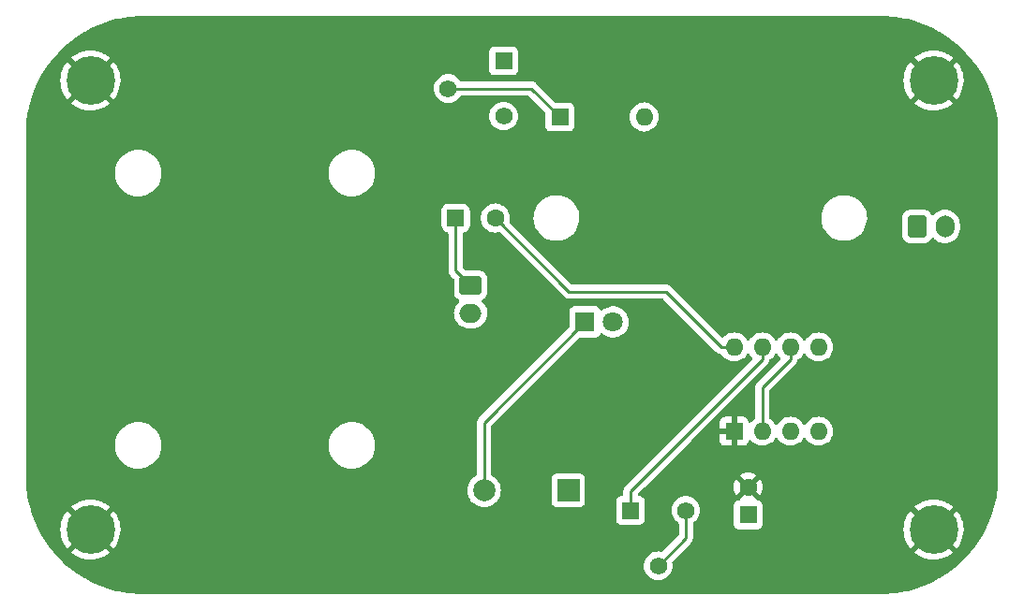
<source format=gbl>
G04 #@! TF.GenerationSoftware,KiCad,Pcbnew,(6.0.9)*
G04 #@! TF.CreationDate,2022-12-03T19:31:09+08:00*
G04 #@! TF.ProjectId,low_battery_voltage_alarm,6c6f775f-6261-4747-9465-72795f766f6c,rev?*
G04 #@! TF.SameCoordinates,Original*
G04 #@! TF.FileFunction,Copper,L2,Bot*
G04 #@! TF.FilePolarity,Positive*
%FSLAX46Y46*%
G04 Gerber Fmt 4.6, Leading zero omitted, Abs format (unit mm)*
G04 Created by KiCad (PCBNEW (6.0.9)) date 2022-12-03 19:31:09*
%MOMM*%
%LPD*%
G01*
G04 APERTURE LIST*
G04 Aperture macros list*
%AMRoundRect*
0 Rectangle with rounded corners*
0 $1 Rounding radius*
0 $2 $3 $4 $5 $6 $7 $8 $9 X,Y pos of 4 corners*
0 Add a 4 corners polygon primitive as box body*
4,1,4,$2,$3,$4,$5,$6,$7,$8,$9,$2,$3,0*
0 Add four circle primitives for the rounded corners*
1,1,$1+$1,$2,$3*
1,1,$1+$1,$4,$5*
1,1,$1+$1,$6,$7*
1,1,$1+$1,$8,$9*
0 Add four rect primitives between the rounded corners*
20,1,$1+$1,$2,$3,$4,$5,0*
20,1,$1+$1,$4,$5,$6,$7,0*
20,1,$1+$1,$6,$7,$8,$9,0*
20,1,$1+$1,$8,$9,$2,$3,0*%
G04 Aperture macros list end*
G04 #@! TA.AperFunction,ComponentPad*
%ADD10RoundRect,0.250000X-0.600000X-0.750000X0.600000X-0.750000X0.600000X0.750000X-0.600000X0.750000X0*%
G04 #@! TD*
G04 #@! TA.AperFunction,ComponentPad*
%ADD11O,1.700000X2.000000*%
G04 #@! TD*
G04 #@! TA.AperFunction,ComponentPad*
%ADD12R,2.000000X2.000000*%
G04 #@! TD*
G04 #@! TA.AperFunction,ComponentPad*
%ADD13C,2.000000*%
G04 #@! TD*
G04 #@! TA.AperFunction,ComponentPad*
%ADD14R,1.600000X1.600000*%
G04 #@! TD*
G04 #@! TA.AperFunction,ComponentPad*
%ADD15C,1.600000*%
G04 #@! TD*
G04 #@! TA.AperFunction,ComponentPad*
%ADD16O,1.600000X1.600000*%
G04 #@! TD*
G04 #@! TA.AperFunction,ComponentPad*
%ADD17R,1.560000X1.560000*%
G04 #@! TD*
G04 #@! TA.AperFunction,ComponentPad*
%ADD18C,1.560000*%
G04 #@! TD*
G04 #@! TA.AperFunction,ComponentPad*
%ADD19RoundRect,0.250000X-0.750000X0.600000X-0.750000X-0.600000X0.750000X-0.600000X0.750000X0.600000X0*%
G04 #@! TD*
G04 #@! TA.AperFunction,ComponentPad*
%ADD20O,2.000000X1.700000*%
G04 #@! TD*
G04 #@! TA.AperFunction,ComponentPad*
%ADD21C,4.400000*%
G04 #@! TD*
G04 #@! TA.AperFunction,ComponentPad*
%ADD22RoundRect,0.250000X-0.550000X-0.550000X0.550000X-0.550000X0.550000X0.550000X-0.550000X0.550000X0*%
G04 #@! TD*
G04 #@! TA.AperFunction,ComponentPad*
%ADD23R,1.800000X1.800000*%
G04 #@! TD*
G04 #@! TA.AperFunction,ComponentPad*
%ADD24C,1.800000*%
G04 #@! TD*
G04 #@! TA.AperFunction,Conductor*
%ADD25C,0.250000*%
G04 #@! TD*
G04 APERTURE END LIST*
D10*
X169204000Y-90424000D03*
D11*
X171704000Y-90424000D03*
D12*
X137668000Y-114300000D03*
D13*
X130068000Y-114300000D03*
D14*
X153924000Y-116521100D03*
D15*
X153924000Y-114021100D03*
D14*
X152664000Y-108956000D03*
D16*
X155204000Y-108956000D03*
X157744000Y-108956000D03*
X160284000Y-108956000D03*
X160284000Y-101336000D03*
X157744000Y-101336000D03*
X155204000Y-101336000D03*
X152664000Y-101336000D03*
D17*
X143296000Y-116124000D03*
D18*
X145796000Y-121124000D03*
X148296000Y-116124000D03*
D19*
X128850000Y-95778000D03*
D20*
X128850000Y-98278000D03*
D21*
X94488000Y-117856000D03*
X170688000Y-117856000D03*
X94488000Y-77216000D03*
X170688000Y-77216000D03*
D22*
X127486000Y-89662000D03*
D15*
X131086000Y-89662000D03*
D14*
X136906000Y-80518000D03*
D16*
X144526000Y-80518000D03*
D23*
X139187000Y-99060000D03*
D24*
X141727000Y-99060000D03*
D17*
X131826000Y-75438000D03*
D18*
X126826000Y-77938000D03*
X131826000Y-80438000D03*
D25*
X130068000Y-108179000D02*
X139187000Y-99060000D01*
X130068000Y-114300000D02*
X130068000Y-108179000D01*
X127486000Y-94414000D02*
X128850000Y-95778000D01*
X127486000Y-89662000D02*
X127486000Y-94414000D01*
X157744000Y-101336000D02*
X157744000Y-102461300D01*
X155204000Y-105001300D02*
X155204000Y-108956000D01*
X157744000Y-102461300D02*
X155204000Y-105001300D01*
X134326000Y-77938000D02*
X136906000Y-80518000D01*
X126826000Y-77938000D02*
X134326000Y-77938000D01*
X155204000Y-101336000D02*
X155204000Y-102461300D01*
X143296000Y-114369300D02*
X143296000Y-116124000D01*
X155204000Y-102461300D02*
X143296000Y-114369300D01*
X148296000Y-118624000D02*
X145796000Y-121124000D01*
X148296000Y-116124000D02*
X148296000Y-118624000D01*
X152664000Y-101336000D02*
X151538700Y-101336000D01*
X146529300Y-96326600D02*
X151538700Y-101336000D01*
X137750600Y-96326600D02*
X146529300Y-96326600D01*
X131086000Y-89662000D02*
X137750600Y-96326600D01*
G04 #@! TA.AperFunction,Conductor*
G36*
X165832018Y-71376000D02*
G01*
X165846851Y-71378310D01*
X165846855Y-71378310D01*
X165855724Y-71379691D01*
X165879375Y-71376598D01*
X165899376Y-71375587D01*
X166478601Y-71392442D01*
X166485901Y-71392867D01*
X166857511Y-71425378D01*
X167096773Y-71446311D01*
X167104052Y-71447162D01*
X167291959Y-71474686D01*
X167710779Y-71536034D01*
X167717971Y-71537302D01*
X168093204Y-71614782D01*
X168318500Y-71661302D01*
X168325631Y-71662992D01*
X168917928Y-71821697D01*
X168924950Y-71823799D01*
X169507025Y-72016678D01*
X169513912Y-72019185D01*
X170083773Y-72245576D01*
X170090503Y-72248479D01*
X170646249Y-72507628D01*
X170652799Y-72510918D01*
X171192517Y-72801931D01*
X171198864Y-72805595D01*
X171720769Y-73127511D01*
X171726893Y-73131539D01*
X172229198Y-73483256D01*
X172235059Y-73487620D01*
X172418965Y-73633034D01*
X172716064Y-73867950D01*
X172721678Y-73872661D01*
X173179749Y-74280309D01*
X173185080Y-74285339D01*
X173618661Y-74718920D01*
X173623691Y-74724251D01*
X174031339Y-75182322D01*
X174036050Y-75187936D01*
X174107149Y-75277855D01*
X174403833Y-75653072D01*
X174416373Y-75668932D01*
X174420744Y-75674802D01*
X174617530Y-75955843D01*
X174772461Y-76177107D01*
X174776489Y-76183231D01*
X175098405Y-76705136D01*
X175102069Y-76711483D01*
X175375702Y-77218966D01*
X175393082Y-77251200D01*
X175396369Y-77257745D01*
X175608845Y-77713400D01*
X175655521Y-77813497D01*
X175658424Y-77820227D01*
X175884815Y-78390088D01*
X175887322Y-78396975D01*
X175998387Y-78732150D01*
X176062266Y-78924924D01*
X176080201Y-78979050D01*
X176082303Y-78986072D01*
X176241008Y-79578369D01*
X176242698Y-79585500D01*
X176273945Y-79736827D01*
X176366698Y-80186029D01*
X176367966Y-80193221D01*
X176382932Y-80295393D01*
X176456838Y-80799948D01*
X176457689Y-80807227D01*
X176506885Y-81369531D01*
X176511133Y-81418091D01*
X176511558Y-81425399D01*
X176522953Y-81816971D01*
X176528192Y-81997031D01*
X176526744Y-82020085D01*
X176525690Y-82026850D01*
X176525690Y-82026856D01*
X176524309Y-82035724D01*
X176525473Y-82044626D01*
X176525473Y-82044628D01*
X176528436Y-82067283D01*
X176529500Y-82083621D01*
X176529500Y-112980633D01*
X176528000Y-113000018D01*
X176525690Y-113014851D01*
X176525690Y-113014855D01*
X176524309Y-113023724D01*
X176527399Y-113047352D01*
X176527402Y-113047374D01*
X176528413Y-113067376D01*
X176513874Y-113567047D01*
X176511559Y-113646592D01*
X176511133Y-113653901D01*
X176495516Y-113832406D01*
X176457689Y-114264773D01*
X176456838Y-114272052D01*
X176439104Y-114393122D01*
X176372149Y-114850228D01*
X176367968Y-114878769D01*
X176366698Y-114885971D01*
X176296429Y-115226285D01*
X176242698Y-115486500D01*
X176241008Y-115493631D01*
X176082303Y-116085928D01*
X176080202Y-116092945D01*
X176063864Y-116142252D01*
X175887322Y-116675025D01*
X175884815Y-116681912D01*
X175658424Y-117251773D01*
X175655521Y-117258503D01*
X175396372Y-117814249D01*
X175393082Y-117820799D01*
X175102069Y-118360517D01*
X175098405Y-118366864D01*
X174776489Y-118888769D01*
X174772461Y-118894893D01*
X174615076Y-119119663D01*
X174420750Y-119397189D01*
X174416380Y-119403059D01*
X174385546Y-119442055D01*
X174036050Y-119884064D01*
X174031339Y-119889678D01*
X173623691Y-120347749D01*
X173618661Y-120353080D01*
X173185080Y-120786661D01*
X173179749Y-120791691D01*
X172721678Y-121199339D01*
X172716064Y-121204050D01*
X172600483Y-121295440D01*
X172235059Y-121584380D01*
X172229198Y-121588744D01*
X171886520Y-121828689D01*
X171726893Y-121940461D01*
X171720769Y-121944489D01*
X171198864Y-122266405D01*
X171192517Y-122270069D01*
X170652799Y-122561082D01*
X170646249Y-122564372D01*
X170090503Y-122823521D01*
X170083773Y-122826424D01*
X169513912Y-123052815D01*
X169507025Y-123055322D01*
X168924950Y-123248201D01*
X168917928Y-123250303D01*
X168325631Y-123409008D01*
X168318500Y-123410698D01*
X168093204Y-123457218D01*
X167717971Y-123534698D01*
X167710779Y-123535966D01*
X167291959Y-123597314D01*
X167104052Y-123624838D01*
X167096773Y-123625689D01*
X166857511Y-123646622D01*
X166485901Y-123679133D01*
X166478601Y-123679558D01*
X165906966Y-123696192D01*
X165883915Y-123694744D01*
X165877150Y-123693690D01*
X165877144Y-123693690D01*
X165868276Y-123692309D01*
X165859374Y-123693473D01*
X165859372Y-123693473D01*
X165844623Y-123695402D01*
X165836714Y-123696436D01*
X165820379Y-123697500D01*
X99363367Y-123697500D01*
X99343982Y-123696000D01*
X99329149Y-123693690D01*
X99329145Y-123693690D01*
X99320276Y-123692309D01*
X99296625Y-123695402D01*
X99276624Y-123696413D01*
X98697399Y-123679558D01*
X98690099Y-123679133D01*
X98318489Y-123646622D01*
X98079227Y-123625689D01*
X98071948Y-123624838D01*
X97884041Y-123597314D01*
X97465221Y-123535966D01*
X97458029Y-123534698D01*
X97082796Y-123457218D01*
X96857500Y-123410698D01*
X96850369Y-123409008D01*
X96258072Y-123250303D01*
X96251050Y-123248201D01*
X95668975Y-123055322D01*
X95662088Y-123052815D01*
X95092227Y-122826424D01*
X95085497Y-122823521D01*
X94529751Y-122564372D01*
X94523201Y-122561082D01*
X93983483Y-122270069D01*
X93977136Y-122266405D01*
X93455231Y-121944489D01*
X93449107Y-121940461D01*
X93289480Y-121828689D01*
X92946802Y-121588744D01*
X92940941Y-121584380D01*
X92575517Y-121295440D01*
X92459936Y-121204050D01*
X92454322Y-121199339D01*
X92369664Y-121124000D01*
X144502578Y-121124000D01*
X144522228Y-121348600D01*
X144580581Y-121566376D01*
X144675864Y-121770711D01*
X144805181Y-121955396D01*
X144964604Y-122114819D01*
X145149289Y-122244136D01*
X145154267Y-122246457D01*
X145154270Y-122246459D01*
X145204902Y-122270069D01*
X145353624Y-122339419D01*
X145358932Y-122340841D01*
X145358934Y-122340842D01*
X145566085Y-122396348D01*
X145566087Y-122396348D01*
X145571400Y-122397772D01*
X145796000Y-122417422D01*
X146020600Y-122397772D01*
X146025913Y-122396348D01*
X146025915Y-122396348D01*
X146233066Y-122340842D01*
X146233068Y-122340841D01*
X146238376Y-122339419D01*
X146387098Y-122270069D01*
X146437730Y-122246459D01*
X146437733Y-122246457D01*
X146442711Y-122244136D01*
X146627396Y-122114819D01*
X146786819Y-121955396D01*
X146916136Y-121770711D01*
X147011419Y-121566376D01*
X147069772Y-121348600D01*
X147089422Y-121124000D01*
X147069772Y-120899400D01*
X147067419Y-120890619D01*
X147056211Y-120848787D01*
X147057901Y-120777811D01*
X147088823Y-120727082D01*
X147873482Y-119942423D01*
X168966703Y-119942423D01*
X168974227Y-119952854D01*
X169113483Y-120065020D01*
X169119657Y-120069408D01*
X169390271Y-120238178D01*
X169396931Y-120241794D01*
X169685852Y-120376827D01*
X169692905Y-120379620D01*
X169995970Y-120478970D01*
X170003282Y-120480888D01*
X170316092Y-120543109D01*
X170323590Y-120544137D01*
X170641610Y-120568328D01*
X170649173Y-120568446D01*
X170967785Y-120554257D01*
X170975326Y-120553465D01*
X171289924Y-120501101D01*
X171297302Y-120499411D01*
X171603355Y-120409625D01*
X171610450Y-120407071D01*
X171903496Y-120281169D01*
X171910263Y-120277765D01*
X172186042Y-120117580D01*
X172192349Y-120113390D01*
X172402305Y-119954889D01*
X172410761Y-119943496D01*
X172404045Y-119931256D01*
X170700810Y-118228020D01*
X170686869Y-118220408D01*
X170685034Y-118220539D01*
X170678420Y-118224790D01*
X168973818Y-119929393D01*
X168966703Y-119942423D01*
X147873482Y-119942423D01*
X148688253Y-119127652D01*
X148696539Y-119120112D01*
X148703018Y-119116000D01*
X148749644Y-119066348D01*
X148752398Y-119063507D01*
X148772135Y-119043770D01*
X148774615Y-119040573D01*
X148782320Y-119031551D01*
X148807159Y-119005100D01*
X148812586Y-118999321D01*
X148816405Y-118992375D01*
X148816407Y-118992372D01*
X148822348Y-118981566D01*
X148833199Y-118965047D01*
X148840758Y-118955301D01*
X148845614Y-118949041D01*
X148848759Y-118941772D01*
X148848762Y-118941768D01*
X148863174Y-118908463D01*
X148868391Y-118897813D01*
X148889695Y-118859060D01*
X148894733Y-118839437D01*
X148901137Y-118820734D01*
X148906033Y-118809420D01*
X148906033Y-118809419D01*
X148909181Y-118802145D01*
X148910420Y-118794322D01*
X148910423Y-118794312D01*
X148916099Y-118758476D01*
X148918505Y-118746856D01*
X148927528Y-118711711D01*
X148927528Y-118711710D01*
X148929500Y-118704030D01*
X148929500Y-118683776D01*
X148931051Y-118664065D01*
X148932980Y-118651886D01*
X148934220Y-118644057D01*
X148930059Y-118600038D01*
X148929500Y-118588181D01*
X148929500Y-117831383D01*
X167975388Y-117831383D01*
X167991245Y-118149914D01*
X167992076Y-118157443D01*
X168046085Y-118471759D01*
X168047818Y-118479146D01*
X168139196Y-118784695D01*
X168141799Y-118791808D01*
X168269227Y-119084173D01*
X168272669Y-119090929D01*
X168434296Y-119365865D01*
X168438519Y-119372150D01*
X168589463Y-119569934D01*
X168600989Y-119578396D01*
X168613054Y-119571735D01*
X170315980Y-117868810D01*
X170322357Y-117857131D01*
X171052408Y-117857131D01*
X171052539Y-117858966D01*
X171056790Y-117865580D01*
X172761285Y-119570074D01*
X172774408Y-119577240D01*
X172784709Y-119569851D01*
X172888751Y-119442055D01*
X172893164Y-119435914D01*
X173063349Y-119166187D01*
X173067005Y-119159536D01*
X173203544Y-118871335D01*
X173206375Y-118864295D01*
X173307306Y-118561767D01*
X173309270Y-118554433D01*
X173373122Y-118241989D01*
X173374194Y-118234465D01*
X173400173Y-117915051D01*
X173400378Y-117910576D01*
X173400927Y-117858221D01*
X173400817Y-117853789D01*
X173381529Y-117533853D01*
X173380621Y-117526351D01*
X173323319Y-117212593D01*
X173321518Y-117205260D01*
X173226935Y-116900655D01*
X173224263Y-116893583D01*
X173093781Y-116602570D01*
X173090264Y-116595843D01*
X172925771Y-116322621D01*
X172921481Y-116316377D01*
X172785991Y-116142647D01*
X172774199Y-116134178D01*
X172762486Y-116140725D01*
X171060020Y-117843190D01*
X171052408Y-117857131D01*
X170322357Y-117857131D01*
X170323592Y-117854869D01*
X170323461Y-117853034D01*
X170319210Y-117846420D01*
X168614445Y-116141656D01*
X168601510Y-116134592D01*
X168590949Y-116142252D01*
X168470766Y-116293072D01*
X168466410Y-116299270D01*
X168299059Y-116570764D01*
X168295479Y-116577440D01*
X168161956Y-116867074D01*
X168159206Y-116874125D01*
X168061444Y-117177708D01*
X168059561Y-117185041D01*
X167998979Y-117498170D01*
X167997992Y-117505670D01*
X167975467Y-117823802D01*
X167975388Y-117831383D01*
X148929500Y-117831383D01*
X148929500Y-117369234D01*
X152615500Y-117369234D01*
X152622255Y-117431416D01*
X152673385Y-117567805D01*
X152760739Y-117684361D01*
X152877295Y-117771715D01*
X153013684Y-117822845D01*
X153075866Y-117829600D01*
X154772134Y-117829600D01*
X154834316Y-117822845D01*
X154970705Y-117771715D01*
X155087261Y-117684361D01*
X155174615Y-117567805D01*
X155225745Y-117431416D01*
X155232500Y-117369234D01*
X155232500Y-115769423D01*
X168965917Y-115769423D01*
X168972520Y-115781309D01*
X170675190Y-117483980D01*
X170689131Y-117491592D01*
X170690966Y-117491461D01*
X170697580Y-117487210D01*
X172402559Y-115782230D01*
X172409571Y-115769389D01*
X172401777Y-115758701D01*
X172239298Y-115630613D01*
X172233075Y-115626288D01*
X171960702Y-115460357D01*
X171954025Y-115456822D01*
X171663686Y-115324813D01*
X171656616Y-115322099D01*
X171352537Y-115225932D01*
X171345186Y-115224085D01*
X171031746Y-115165142D01*
X171024237Y-115164194D01*
X170705989Y-115143335D01*
X170698424Y-115143295D01*
X170379964Y-115160821D01*
X170372450Y-115161690D01*
X170058405Y-115217348D01*
X170051044Y-115219115D01*
X169745980Y-115312092D01*
X169738860Y-115314740D01*
X169447182Y-115443690D01*
X169440445Y-115447167D01*
X169166355Y-115610233D01*
X169160091Y-115614490D01*
X168974385Y-115757762D01*
X168965917Y-115769423D01*
X155232500Y-115769423D01*
X155232500Y-115672966D01*
X155225745Y-115610784D01*
X155174615Y-115474395D01*
X155087261Y-115357839D01*
X154970705Y-115270485D01*
X154834316Y-115219355D01*
X154790748Y-115214622D01*
X154775514Y-115212967D01*
X154775511Y-115212967D01*
X154772134Y-115212600D01*
X154768815Y-115212600D01*
X154701890Y-115188947D01*
X154666196Y-115142944D01*
X154664266Y-115143959D01*
X154658558Y-115133100D01*
X154658368Y-115132855D01*
X154658347Y-115132697D01*
X154638356Y-115094666D01*
X153936812Y-114393122D01*
X153922868Y-114385508D01*
X153921035Y-114385639D01*
X153914420Y-114389890D01*
X153208923Y-115095387D01*
X153186129Y-115137129D01*
X153183953Y-115147129D01*
X153133747Y-115197327D01*
X153080186Y-115212551D01*
X153079281Y-115212600D01*
X153075866Y-115212600D01*
X153072470Y-115212969D01*
X153072468Y-115212969D01*
X153060121Y-115214310D01*
X153013684Y-115219355D01*
X152877295Y-115270485D01*
X152760739Y-115357839D01*
X152673385Y-115474395D01*
X152622255Y-115610784D01*
X152615500Y-115672966D01*
X152615500Y-117369234D01*
X148929500Y-117369234D01*
X148929500Y-117318977D01*
X148949502Y-117250856D01*
X148983226Y-117215768D01*
X149127396Y-117114819D01*
X149286819Y-116955396D01*
X149416136Y-116770711D01*
X149494542Y-116602570D01*
X149509096Y-116571358D01*
X149509097Y-116571357D01*
X149511419Y-116566376D01*
X149569772Y-116348600D01*
X149589422Y-116124000D01*
X149569772Y-115899400D01*
X149568348Y-115894085D01*
X149512842Y-115686934D01*
X149512841Y-115686932D01*
X149511419Y-115681624D01*
X149505798Y-115669569D01*
X149418459Y-115482270D01*
X149418457Y-115482267D01*
X149416136Y-115477289D01*
X149286819Y-115292604D01*
X149127396Y-115133181D01*
X148942711Y-115003864D01*
X148937733Y-115001543D01*
X148937730Y-115001541D01*
X148743358Y-114910904D01*
X148743357Y-114910903D01*
X148738376Y-114908581D01*
X148733068Y-114907159D01*
X148733066Y-114907158D01*
X148525915Y-114851652D01*
X148525913Y-114851652D01*
X148520600Y-114850228D01*
X148296000Y-114830578D01*
X148071400Y-114850228D01*
X148066087Y-114851652D01*
X148066085Y-114851652D01*
X147858934Y-114907158D01*
X147858932Y-114907159D01*
X147853624Y-114908581D01*
X147848643Y-114910903D01*
X147848642Y-114910904D01*
X147654270Y-115001541D01*
X147654267Y-115001543D01*
X147649289Y-115003864D01*
X147464604Y-115133181D01*
X147305181Y-115292604D01*
X147175864Y-115477289D01*
X147173543Y-115482267D01*
X147173541Y-115482270D01*
X147086202Y-115669569D01*
X147080581Y-115681624D01*
X147079159Y-115686932D01*
X147079158Y-115686934D01*
X147023652Y-115894085D01*
X147022228Y-115899400D01*
X147002578Y-116124000D01*
X147022228Y-116348600D01*
X147080581Y-116566376D01*
X147082903Y-116571357D01*
X147082904Y-116571358D01*
X147097459Y-116602570D01*
X147175864Y-116770711D01*
X147305181Y-116955396D01*
X147464604Y-117114819D01*
X147608773Y-117215766D01*
X147653099Y-117271220D01*
X147662500Y-117318977D01*
X147662500Y-118309406D01*
X147642498Y-118377527D01*
X147625595Y-118398501D01*
X146192918Y-119831177D01*
X146130606Y-119865203D01*
X146071213Y-119863789D01*
X146025918Y-119851653D01*
X146025919Y-119851653D01*
X146020600Y-119850228D01*
X145796000Y-119830578D01*
X145571400Y-119850228D01*
X145566087Y-119851652D01*
X145566085Y-119851652D01*
X145358934Y-119907158D01*
X145358932Y-119907159D01*
X145353624Y-119908581D01*
X145348643Y-119910903D01*
X145348642Y-119910904D01*
X145154270Y-120001541D01*
X145154267Y-120001543D01*
X145149289Y-120003864D01*
X144964604Y-120133181D01*
X144805181Y-120292604D01*
X144675864Y-120477289D01*
X144673543Y-120482267D01*
X144673541Y-120482270D01*
X144639973Y-120554257D01*
X144580581Y-120681624D01*
X144579159Y-120686932D01*
X144579158Y-120686934D01*
X144543774Y-120818990D01*
X144522228Y-120899400D01*
X144502578Y-121124000D01*
X92369664Y-121124000D01*
X91996251Y-120791691D01*
X91990920Y-120786661D01*
X91557339Y-120353080D01*
X91552309Y-120347749D01*
X91191600Y-119942423D01*
X92766703Y-119942423D01*
X92774227Y-119952854D01*
X92913483Y-120065020D01*
X92919657Y-120069408D01*
X93190271Y-120238178D01*
X93196931Y-120241794D01*
X93485852Y-120376827D01*
X93492905Y-120379620D01*
X93795970Y-120478970D01*
X93803282Y-120480888D01*
X94116092Y-120543109D01*
X94123590Y-120544137D01*
X94441610Y-120568328D01*
X94449173Y-120568446D01*
X94767785Y-120554257D01*
X94775326Y-120553465D01*
X95089924Y-120501101D01*
X95097302Y-120499411D01*
X95403355Y-120409625D01*
X95410450Y-120407071D01*
X95703496Y-120281169D01*
X95710263Y-120277765D01*
X95986042Y-120117580D01*
X95992349Y-120113390D01*
X96202305Y-119954889D01*
X96210761Y-119943496D01*
X96204045Y-119931256D01*
X94500810Y-118228020D01*
X94486869Y-118220408D01*
X94485034Y-118220539D01*
X94478420Y-118224790D01*
X92773818Y-119929393D01*
X92766703Y-119942423D01*
X91191600Y-119942423D01*
X91144661Y-119889678D01*
X91139950Y-119884064D01*
X90790454Y-119442055D01*
X90759620Y-119403059D01*
X90755250Y-119397189D01*
X90560925Y-119119663D01*
X90403539Y-118894893D01*
X90399511Y-118888769D01*
X90077595Y-118366864D01*
X90073931Y-118360517D01*
X89788625Y-117831383D01*
X91775388Y-117831383D01*
X91791245Y-118149914D01*
X91792076Y-118157443D01*
X91846085Y-118471759D01*
X91847818Y-118479146D01*
X91939196Y-118784695D01*
X91941799Y-118791808D01*
X92069227Y-119084173D01*
X92072669Y-119090929D01*
X92234296Y-119365865D01*
X92238519Y-119372150D01*
X92389463Y-119569934D01*
X92400989Y-119578396D01*
X92413054Y-119571735D01*
X94115980Y-117868810D01*
X94122357Y-117857131D01*
X94852408Y-117857131D01*
X94852539Y-117858966D01*
X94856790Y-117865580D01*
X96561285Y-119570074D01*
X96574408Y-119577240D01*
X96584709Y-119569851D01*
X96688751Y-119442055D01*
X96693164Y-119435914D01*
X96863349Y-119166187D01*
X96867005Y-119159536D01*
X97003544Y-118871335D01*
X97006375Y-118864295D01*
X97107306Y-118561767D01*
X97109270Y-118554433D01*
X97173122Y-118241989D01*
X97174194Y-118234465D01*
X97200173Y-117915051D01*
X97200378Y-117910576D01*
X97200927Y-117858221D01*
X97200817Y-117853789D01*
X97181529Y-117533853D01*
X97180621Y-117526351D01*
X97123319Y-117212593D01*
X97121518Y-117205260D01*
X97026935Y-116900655D01*
X97024263Y-116893583D01*
X96893781Y-116602570D01*
X96890264Y-116595843D01*
X96725771Y-116322621D01*
X96721481Y-116316377D01*
X96585991Y-116142647D01*
X96574199Y-116134178D01*
X96562486Y-116140725D01*
X94860020Y-117843190D01*
X94852408Y-117857131D01*
X94122357Y-117857131D01*
X94123592Y-117854869D01*
X94123461Y-117853034D01*
X94119210Y-117846420D01*
X92414445Y-116141656D01*
X92401510Y-116134592D01*
X92390949Y-116142252D01*
X92270766Y-116293072D01*
X92266410Y-116299270D01*
X92099059Y-116570764D01*
X92095479Y-116577440D01*
X91961956Y-116867074D01*
X91959206Y-116874125D01*
X91861444Y-117177708D01*
X91859561Y-117185041D01*
X91798979Y-117498170D01*
X91797992Y-117505670D01*
X91775467Y-117823802D01*
X91775388Y-117831383D01*
X89788625Y-117831383D01*
X89782918Y-117820799D01*
X89779628Y-117814249D01*
X89520479Y-117258503D01*
X89517576Y-117251773D01*
X89291185Y-116681912D01*
X89288678Y-116675025D01*
X89112136Y-116142252D01*
X89095798Y-116092945D01*
X89093697Y-116085928D01*
X89008890Y-115769423D01*
X92765917Y-115769423D01*
X92772520Y-115781309D01*
X94475190Y-117483980D01*
X94489131Y-117491592D01*
X94490966Y-117491461D01*
X94497580Y-117487210D01*
X96202559Y-115782230D01*
X96209571Y-115769389D01*
X96201777Y-115758701D01*
X96039298Y-115630613D01*
X96033075Y-115626288D01*
X95760702Y-115460357D01*
X95754025Y-115456822D01*
X95463686Y-115324813D01*
X95456616Y-115322099D01*
X95152537Y-115225932D01*
X95145186Y-115224085D01*
X94831746Y-115165142D01*
X94824237Y-115164194D01*
X94505989Y-115143335D01*
X94498424Y-115143295D01*
X94179964Y-115160821D01*
X94172450Y-115161690D01*
X93858405Y-115217348D01*
X93851044Y-115219115D01*
X93545980Y-115312092D01*
X93538860Y-115314740D01*
X93247182Y-115443690D01*
X93240445Y-115447167D01*
X92966355Y-115610233D01*
X92960091Y-115614490D01*
X92774385Y-115757762D01*
X92765917Y-115769423D01*
X89008890Y-115769423D01*
X88934992Y-115493631D01*
X88933302Y-115486500D01*
X88879571Y-115226285D01*
X88809302Y-114885971D01*
X88808032Y-114878769D01*
X88803852Y-114850228D01*
X88736896Y-114393122D01*
X88723256Y-114300000D01*
X128554835Y-114300000D01*
X128573465Y-114536711D01*
X128574619Y-114541518D01*
X128574620Y-114541524D01*
X128592446Y-114615773D01*
X128628895Y-114767594D01*
X128630788Y-114772165D01*
X128630789Y-114772167D01*
X128688256Y-114910904D01*
X128719760Y-114986963D01*
X128722346Y-114991183D01*
X128841241Y-115185202D01*
X128841245Y-115185208D01*
X128843824Y-115189416D01*
X128998031Y-115369969D01*
X129178584Y-115524176D01*
X129182792Y-115526755D01*
X129182798Y-115526759D01*
X129376817Y-115645654D01*
X129381037Y-115648240D01*
X129385607Y-115650133D01*
X129385611Y-115650135D01*
X129595833Y-115737211D01*
X129600406Y-115739105D01*
X129648349Y-115750615D01*
X129826476Y-115793380D01*
X129826482Y-115793381D01*
X129831289Y-115794535D01*
X130068000Y-115813165D01*
X130304711Y-115794535D01*
X130309518Y-115793381D01*
X130309524Y-115793380D01*
X130487651Y-115750615D01*
X130535594Y-115739105D01*
X130540167Y-115737211D01*
X130750389Y-115650135D01*
X130750393Y-115650133D01*
X130754963Y-115648240D01*
X130759183Y-115645654D01*
X130953202Y-115526759D01*
X130953208Y-115526755D01*
X130957416Y-115524176D01*
X131137969Y-115369969D01*
X131156618Y-115348134D01*
X136159500Y-115348134D01*
X136166255Y-115410316D01*
X136217385Y-115546705D01*
X136304739Y-115663261D01*
X136421295Y-115750615D01*
X136557684Y-115801745D01*
X136619866Y-115808500D01*
X138716134Y-115808500D01*
X138778316Y-115801745D01*
X138914705Y-115750615D01*
X139031261Y-115663261D01*
X139118615Y-115546705D01*
X139169745Y-115410316D01*
X139176500Y-115348134D01*
X139176500Y-113251866D01*
X139169745Y-113189684D01*
X139118615Y-113053295D01*
X139031261Y-112936739D01*
X138914705Y-112849385D01*
X138778316Y-112798255D01*
X138716134Y-112791500D01*
X136619866Y-112791500D01*
X136557684Y-112798255D01*
X136421295Y-112849385D01*
X136304739Y-112936739D01*
X136217385Y-113053295D01*
X136166255Y-113189684D01*
X136159500Y-113251866D01*
X136159500Y-115348134D01*
X131156618Y-115348134D01*
X131292176Y-115189416D01*
X131294755Y-115185208D01*
X131294759Y-115185202D01*
X131413654Y-114991183D01*
X131416240Y-114986963D01*
X131447745Y-114910904D01*
X131505211Y-114772167D01*
X131505212Y-114772165D01*
X131507105Y-114767594D01*
X131543554Y-114615773D01*
X131561380Y-114541524D01*
X131561381Y-114541518D01*
X131562535Y-114536711D01*
X131581165Y-114300000D01*
X131562535Y-114063289D01*
X131559713Y-114051532D01*
X131508260Y-113837218D01*
X131507105Y-113832406D01*
X131505211Y-113827833D01*
X131418135Y-113617611D01*
X131418133Y-113617607D01*
X131416240Y-113613037D01*
X131388057Y-113567047D01*
X131294759Y-113414798D01*
X131294755Y-113414792D01*
X131292176Y-113410584D01*
X131137969Y-113230031D01*
X130957416Y-113075824D01*
X130953208Y-113073245D01*
X130953202Y-113073241D01*
X130761665Y-112955867D01*
X130714034Y-112903219D01*
X130701500Y-112848434D01*
X130701500Y-108493594D01*
X130721502Y-108425473D01*
X130738405Y-108404499D01*
X138637499Y-100505405D01*
X138699811Y-100471379D01*
X138726594Y-100468500D01*
X140135134Y-100468500D01*
X140197316Y-100461745D01*
X140333705Y-100410615D01*
X140450261Y-100323261D01*
X140537615Y-100206705D01*
X140562180Y-100141178D01*
X140604822Y-100084414D01*
X140671383Y-100059714D01*
X140740732Y-100074921D01*
X140760647Y-100088464D01*
X140825724Y-100142492D01*
X140916349Y-100217730D01*
X141116322Y-100334584D01*
X141332694Y-100417209D01*
X141337760Y-100418240D01*
X141337761Y-100418240D01*
X141390846Y-100429040D01*
X141559656Y-100463385D01*
X141689089Y-100468131D01*
X141785949Y-100471683D01*
X141785953Y-100471683D01*
X141791113Y-100471872D01*
X141796233Y-100471216D01*
X141796235Y-100471216D01*
X141870166Y-100461745D01*
X142020847Y-100442442D01*
X142025795Y-100440957D01*
X142025802Y-100440956D01*
X142237747Y-100377369D01*
X142242690Y-100375886D01*
X142323236Y-100336427D01*
X142446049Y-100276262D01*
X142446052Y-100276260D01*
X142450684Y-100273991D01*
X142639243Y-100139494D01*
X142803303Y-99976005D01*
X142938458Y-99787917D01*
X143013856Y-99635361D01*
X143038784Y-99584922D01*
X143038785Y-99584920D01*
X143041078Y-99580280D01*
X143108408Y-99358671D01*
X143138640Y-99129041D01*
X143140327Y-99060000D01*
X143134032Y-98983434D01*
X143121773Y-98834318D01*
X143121772Y-98834312D01*
X143121349Y-98829167D01*
X143064925Y-98604533D01*
X143062866Y-98599797D01*
X142974630Y-98396868D01*
X142974628Y-98396865D01*
X142972570Y-98392131D01*
X142846764Y-98197665D01*
X142690887Y-98026358D01*
X142686836Y-98023159D01*
X142686832Y-98023155D01*
X142513177Y-97886011D01*
X142513172Y-97886008D01*
X142509123Y-97882810D01*
X142504607Y-97880317D01*
X142504604Y-97880315D01*
X142310879Y-97773373D01*
X142310875Y-97773371D01*
X142306355Y-97770876D01*
X142301486Y-97769152D01*
X142301482Y-97769150D01*
X142092903Y-97695288D01*
X142092899Y-97695287D01*
X142088028Y-97693562D01*
X142082935Y-97692655D01*
X142082932Y-97692654D01*
X141865095Y-97653851D01*
X141865089Y-97653850D01*
X141860006Y-97652945D01*
X141787096Y-97652054D01*
X141633581Y-97650179D01*
X141633579Y-97650179D01*
X141628411Y-97650116D01*
X141399464Y-97685150D01*
X141179314Y-97757106D01*
X141174726Y-97759494D01*
X141174722Y-97759496D01*
X140978461Y-97861663D01*
X140973872Y-97864052D01*
X140969739Y-97867155D01*
X140969736Y-97867157D01*
X140792790Y-98000012D01*
X140788655Y-98003117D01*
X140771170Y-98021414D01*
X140709646Y-98056844D01*
X140638733Y-98053387D01*
X140580947Y-98012141D01*
X140562094Y-97978592D01*
X140540768Y-97921705D01*
X140540767Y-97921703D01*
X140537615Y-97913295D01*
X140450261Y-97796739D01*
X140333705Y-97709385D01*
X140197316Y-97658255D01*
X140135134Y-97651500D01*
X138238866Y-97651500D01*
X138176684Y-97658255D01*
X138040295Y-97709385D01*
X137923739Y-97796739D01*
X137836385Y-97913295D01*
X137785255Y-98049684D01*
X137778500Y-98111866D01*
X137778500Y-99520405D01*
X137758498Y-99588526D01*
X137741595Y-99609500D01*
X129675747Y-107675348D01*
X129667461Y-107682888D01*
X129660982Y-107687000D01*
X129655557Y-107692777D01*
X129614357Y-107736651D01*
X129611602Y-107739493D01*
X129591865Y-107759230D01*
X129589385Y-107762427D01*
X129581682Y-107771447D01*
X129551414Y-107803679D01*
X129547595Y-107810625D01*
X129547593Y-107810628D01*
X129541652Y-107821434D01*
X129530801Y-107837953D01*
X129518386Y-107853959D01*
X129515241Y-107861228D01*
X129515238Y-107861232D01*
X129500826Y-107894537D01*
X129495609Y-107905187D01*
X129474305Y-107943940D01*
X129472334Y-107951615D01*
X129472334Y-107951616D01*
X129469267Y-107963562D01*
X129462863Y-107982266D01*
X129454819Y-108000855D01*
X129453580Y-108008678D01*
X129453577Y-108008688D01*
X129447901Y-108044524D01*
X129445495Y-108056144D01*
X129436472Y-108091289D01*
X129434500Y-108098970D01*
X129434500Y-108119224D01*
X129432949Y-108138934D01*
X129429780Y-108158943D01*
X129430526Y-108166835D01*
X129433941Y-108202961D01*
X129434500Y-108214819D01*
X129434500Y-112848434D01*
X129414498Y-112916555D01*
X129374335Y-112955867D01*
X129182798Y-113073241D01*
X129182792Y-113073245D01*
X129178584Y-113075824D01*
X128998031Y-113230031D01*
X128843824Y-113410584D01*
X128841245Y-113414792D01*
X128841241Y-113414798D01*
X128747943Y-113567047D01*
X128719760Y-113613037D01*
X128717867Y-113617607D01*
X128717865Y-113617611D01*
X128630789Y-113827833D01*
X128628895Y-113832406D01*
X128627740Y-113837218D01*
X128576288Y-114051532D01*
X128573465Y-114063289D01*
X128554835Y-114300000D01*
X88723256Y-114300000D01*
X88719162Y-114272052D01*
X88718311Y-114264773D01*
X88680484Y-113832406D01*
X88664867Y-113653901D01*
X88664441Y-113646592D01*
X88647920Y-113078790D01*
X88649613Y-113054223D01*
X88650769Y-113047352D01*
X88650770Y-113047345D01*
X88651576Y-113042552D01*
X88651729Y-113030000D01*
X88647773Y-113002376D01*
X88646500Y-112984514D01*
X88646500Y-110368703D01*
X96696743Y-110368703D01*
X96734268Y-110653734D01*
X96810129Y-110931036D01*
X96922923Y-111195476D01*
X97070561Y-111442161D01*
X97250313Y-111666528D01*
X97458851Y-111864423D01*
X97692317Y-112032186D01*
X97696112Y-112034195D01*
X97696113Y-112034196D01*
X97717869Y-112045715D01*
X97946392Y-112166712D01*
X98216373Y-112265511D01*
X98497264Y-112326755D01*
X98525841Y-112329004D01*
X98720282Y-112344307D01*
X98720291Y-112344307D01*
X98722739Y-112344500D01*
X98878271Y-112344500D01*
X98880407Y-112344354D01*
X98880418Y-112344354D01*
X99088548Y-112330165D01*
X99088554Y-112330164D01*
X99092825Y-112329873D01*
X99097020Y-112329004D01*
X99097022Y-112329004D01*
X99233583Y-112300724D01*
X99374342Y-112271574D01*
X99645343Y-112175607D01*
X99900812Y-112043750D01*
X99904313Y-112041289D01*
X99904317Y-112041287D01*
X100018417Y-111961096D01*
X100136023Y-111878441D01*
X100346622Y-111682740D01*
X100528713Y-111460268D01*
X100678927Y-111215142D01*
X100794483Y-110951898D01*
X100873244Y-110675406D01*
X100913751Y-110390784D01*
X100913845Y-110372951D01*
X100913867Y-110368703D01*
X116000743Y-110368703D01*
X116038268Y-110653734D01*
X116114129Y-110931036D01*
X116226923Y-111195476D01*
X116374561Y-111442161D01*
X116554313Y-111666528D01*
X116762851Y-111864423D01*
X116996317Y-112032186D01*
X117000112Y-112034195D01*
X117000113Y-112034196D01*
X117021869Y-112045715D01*
X117250392Y-112166712D01*
X117520373Y-112265511D01*
X117801264Y-112326755D01*
X117829841Y-112329004D01*
X118024282Y-112344307D01*
X118024291Y-112344307D01*
X118026739Y-112344500D01*
X118182271Y-112344500D01*
X118184407Y-112344354D01*
X118184418Y-112344354D01*
X118392548Y-112330165D01*
X118392554Y-112330164D01*
X118396825Y-112329873D01*
X118401020Y-112329004D01*
X118401022Y-112329004D01*
X118537583Y-112300724D01*
X118678342Y-112271574D01*
X118949343Y-112175607D01*
X119204812Y-112043750D01*
X119208313Y-112041289D01*
X119208317Y-112041287D01*
X119322417Y-111961096D01*
X119440023Y-111878441D01*
X119650622Y-111682740D01*
X119832713Y-111460268D01*
X119982927Y-111215142D01*
X120098483Y-110951898D01*
X120177244Y-110675406D01*
X120217751Y-110390784D01*
X120217845Y-110372951D01*
X120219235Y-110107583D01*
X120219235Y-110107576D01*
X120219257Y-110103297D01*
X120218277Y-110095849D01*
X120200168Y-109958301D01*
X120181732Y-109818266D01*
X120105871Y-109540964D01*
X119993077Y-109276524D01*
X119845439Y-109029839D01*
X119665687Y-108805472D01*
X119537561Y-108683885D01*
X119460258Y-108610527D01*
X119460255Y-108610525D01*
X119457149Y-108607577D01*
X119223683Y-108439814D01*
X119201843Y-108428250D01*
X119130849Y-108390661D01*
X118969608Y-108305288D01*
X118699627Y-108206489D01*
X118418736Y-108145245D01*
X118387685Y-108142801D01*
X118195718Y-108127693D01*
X118195709Y-108127693D01*
X118193261Y-108127500D01*
X118037729Y-108127500D01*
X118035593Y-108127646D01*
X118035582Y-108127646D01*
X117827452Y-108141835D01*
X117827446Y-108141836D01*
X117823175Y-108142127D01*
X117818980Y-108142996D01*
X117818978Y-108142996D01*
X117779778Y-108151114D01*
X117541658Y-108200426D01*
X117270657Y-108296393D01*
X117266848Y-108298359D01*
X117088016Y-108390661D01*
X117015188Y-108428250D01*
X117011687Y-108430711D01*
X117011683Y-108430713D01*
X116995167Y-108442321D01*
X116779977Y-108593559D01*
X116569378Y-108789260D01*
X116387287Y-109011732D01*
X116237073Y-109256858D01*
X116121517Y-109520102D01*
X116042756Y-109796594D01*
X116002249Y-110081216D01*
X116002227Y-110085505D01*
X116002226Y-110085512D01*
X116000765Y-110364417D01*
X116000743Y-110368703D01*
X100913867Y-110368703D01*
X100915235Y-110107583D01*
X100915235Y-110107576D01*
X100915257Y-110103297D01*
X100914277Y-110095849D01*
X100896168Y-109958301D01*
X100877732Y-109818266D01*
X100801871Y-109540964D01*
X100689077Y-109276524D01*
X100541439Y-109029839D01*
X100361687Y-108805472D01*
X100233561Y-108683885D01*
X100156258Y-108610527D01*
X100156255Y-108610525D01*
X100153149Y-108607577D01*
X99919683Y-108439814D01*
X99897843Y-108428250D01*
X99826849Y-108390661D01*
X99665608Y-108305288D01*
X99395627Y-108206489D01*
X99114736Y-108145245D01*
X99083685Y-108142801D01*
X98891718Y-108127693D01*
X98891709Y-108127693D01*
X98889261Y-108127500D01*
X98733729Y-108127500D01*
X98731593Y-108127646D01*
X98731582Y-108127646D01*
X98523452Y-108141835D01*
X98523446Y-108141836D01*
X98519175Y-108142127D01*
X98514980Y-108142996D01*
X98514978Y-108142996D01*
X98475778Y-108151114D01*
X98237658Y-108200426D01*
X97966657Y-108296393D01*
X97962848Y-108298359D01*
X97784016Y-108390661D01*
X97711188Y-108428250D01*
X97707687Y-108430711D01*
X97707683Y-108430713D01*
X97691167Y-108442321D01*
X97475977Y-108593559D01*
X97265378Y-108789260D01*
X97083287Y-109011732D01*
X96933073Y-109256858D01*
X96817517Y-109520102D01*
X96738756Y-109796594D01*
X96698249Y-110081216D01*
X96698227Y-110085505D01*
X96698226Y-110085512D01*
X96696765Y-110364417D01*
X96696743Y-110368703D01*
X88646500Y-110368703D01*
X88646500Y-90262400D01*
X126177500Y-90262400D01*
X126177837Y-90265646D01*
X126177837Y-90265650D01*
X126183347Y-90318749D01*
X126188474Y-90368166D01*
X126244450Y-90535946D01*
X126337522Y-90686348D01*
X126342704Y-90691521D01*
X126368640Y-90717412D01*
X126462697Y-90811305D01*
X126468927Y-90815145D01*
X126468928Y-90815146D01*
X126606090Y-90899694D01*
X126613262Y-90904115D01*
X126760704Y-90953019D01*
X126766167Y-90954831D01*
X126824527Y-90995261D01*
X126851764Y-91060826D01*
X126852500Y-91074424D01*
X126852500Y-94335233D01*
X126851973Y-94346416D01*
X126850298Y-94353909D01*
X126850547Y-94361835D01*
X126850547Y-94361836D01*
X126852438Y-94421986D01*
X126852500Y-94425945D01*
X126852500Y-94453856D01*
X126852997Y-94457790D01*
X126852997Y-94457791D01*
X126853005Y-94457856D01*
X126853938Y-94469693D01*
X126855327Y-94513889D01*
X126860978Y-94533339D01*
X126864987Y-94552700D01*
X126867526Y-94572797D01*
X126870445Y-94580168D01*
X126870445Y-94580170D01*
X126883804Y-94613912D01*
X126887649Y-94625142D01*
X126899982Y-94667593D01*
X126904015Y-94674412D01*
X126904017Y-94674417D01*
X126910293Y-94685028D01*
X126918988Y-94702776D01*
X126926448Y-94721617D01*
X126931110Y-94728033D01*
X126931110Y-94728034D01*
X126952436Y-94757387D01*
X126958952Y-94767307D01*
X126981458Y-94805362D01*
X126995779Y-94819683D01*
X127008619Y-94834716D01*
X127020528Y-94851107D01*
X127026634Y-94856158D01*
X127054605Y-94879298D01*
X127063384Y-94887288D01*
X127304595Y-95128499D01*
X127338621Y-95190811D01*
X127341500Y-95217594D01*
X127341500Y-96428400D01*
X127352474Y-96534166D01*
X127408450Y-96701946D01*
X127501522Y-96852348D01*
X127626697Y-96977305D01*
X127772340Y-97067081D01*
X127819832Y-97119852D01*
X127831256Y-97189924D01*
X127802982Y-97255048D01*
X127793195Y-97265510D01*
X127678865Y-97374576D01*
X127541246Y-97559542D01*
X127538830Y-97564293D01*
X127538828Y-97564297D01*
X127493297Y-97653851D01*
X127436760Y-97765051D01*
X127435178Y-97770145D01*
X127435177Y-97770148D01*
X127392960Y-97906109D01*
X127368393Y-97985227D01*
X127367692Y-97990516D01*
X127351156Y-98115283D01*
X127338102Y-98213774D01*
X127338302Y-98219103D01*
X127338302Y-98219105D01*
X127342427Y-98328966D01*
X127346751Y-98444158D01*
X127394093Y-98669791D01*
X127478776Y-98884221D01*
X127598377Y-99081317D01*
X127601874Y-99085347D01*
X127688438Y-99185103D01*
X127749477Y-99255445D01*
X127753608Y-99258832D01*
X127923627Y-99398240D01*
X127923633Y-99398244D01*
X127927755Y-99401624D01*
X127932391Y-99404263D01*
X127932394Y-99404265D01*
X128041422Y-99466327D01*
X128128114Y-99515675D01*
X128344825Y-99594337D01*
X128350074Y-99595286D01*
X128350077Y-99595287D01*
X128567608Y-99634623D01*
X128567615Y-99634624D01*
X128571692Y-99635361D01*
X128589414Y-99636197D01*
X128594356Y-99636430D01*
X128594363Y-99636430D01*
X128595844Y-99636500D01*
X129057890Y-99636500D01*
X129124809Y-99630822D01*
X129224409Y-99622371D01*
X129224413Y-99622370D01*
X129229720Y-99621920D01*
X129234875Y-99620582D01*
X129234881Y-99620581D01*
X129447703Y-99565343D01*
X129447707Y-99565342D01*
X129452872Y-99564001D01*
X129457738Y-99561809D01*
X129457741Y-99561808D01*
X129658202Y-99471507D01*
X129663075Y-99469312D01*
X129854319Y-99340559D01*
X130021135Y-99181424D01*
X130057641Y-99132359D01*
X130155568Y-99000740D01*
X130158754Y-98996458D01*
X130263240Y-98790949D01*
X130299321Y-98674752D01*
X130330024Y-98575871D01*
X130331607Y-98570773D01*
X130332308Y-98565484D01*
X130361198Y-98347511D01*
X130361198Y-98347506D01*
X130361898Y-98342226D01*
X130353249Y-98111842D01*
X130305907Y-97886209D01*
X130303948Y-97881248D01*
X130223185Y-97676744D01*
X130223184Y-97676742D01*
X130221224Y-97671779D01*
X130213018Y-97658255D01*
X130104390Y-97479243D01*
X130101623Y-97474683D01*
X130014755Y-97374576D01*
X129954023Y-97304588D01*
X129954021Y-97304586D01*
X129950523Y-97300555D01*
X129914880Y-97271330D01*
X129874886Y-97212671D01*
X129872954Y-97141701D01*
X129909698Y-97080952D01*
X129928468Y-97066752D01*
X130068120Y-96980332D01*
X130074348Y-96976478D01*
X130199305Y-96851303D01*
X130203146Y-96845072D01*
X130288275Y-96706968D01*
X130288276Y-96706966D01*
X130292115Y-96700738D01*
X130347797Y-96532861D01*
X130358500Y-96428400D01*
X130358500Y-95127600D01*
X130347526Y-95021834D01*
X130291550Y-94854054D01*
X130198478Y-94703652D01*
X130073303Y-94578695D01*
X130050972Y-94564930D01*
X129928968Y-94489725D01*
X129928966Y-94489724D01*
X129922738Y-94485885D01*
X129814222Y-94449892D01*
X129761389Y-94432368D01*
X129761387Y-94432368D01*
X129754861Y-94430203D01*
X129748025Y-94429503D01*
X129748022Y-94429502D01*
X129704969Y-94425091D01*
X129650400Y-94419500D01*
X128439595Y-94419500D01*
X128371474Y-94399498D01*
X128350500Y-94382595D01*
X128156405Y-94188500D01*
X128122379Y-94126188D01*
X128119500Y-94099405D01*
X128119500Y-91074560D01*
X128139502Y-91006439D01*
X128193158Y-90959946D01*
X128205624Y-90955036D01*
X128359946Y-90903550D01*
X128510348Y-90810478D01*
X128635305Y-90685303D01*
X128639146Y-90679072D01*
X128724275Y-90540968D01*
X128724276Y-90540966D01*
X128728115Y-90534738D01*
X128783797Y-90366861D01*
X128794500Y-90262400D01*
X128794500Y-89662000D01*
X129772502Y-89662000D01*
X129792457Y-89890087D01*
X129793881Y-89895400D01*
X129793881Y-89895402D01*
X129825375Y-90012936D01*
X129851716Y-90111243D01*
X129854039Y-90116224D01*
X129854039Y-90116225D01*
X129946151Y-90313762D01*
X129946154Y-90313767D01*
X129948477Y-90318749D01*
X130079802Y-90506300D01*
X130241700Y-90668198D01*
X130246208Y-90671355D01*
X130246211Y-90671357D01*
X130306513Y-90713581D01*
X130429251Y-90799523D01*
X130434233Y-90801846D01*
X130434238Y-90801849D01*
X130631775Y-90893961D01*
X130636757Y-90896284D01*
X130642065Y-90897706D01*
X130642067Y-90897707D01*
X130852598Y-90954119D01*
X130852600Y-90954119D01*
X130857913Y-90955543D01*
X131086000Y-90975498D01*
X131314087Y-90955543D01*
X131319398Y-90954120D01*
X131319409Y-90954118D01*
X131377541Y-90938541D01*
X131448517Y-90940230D01*
X131499248Y-90971152D01*
X137246943Y-96718847D01*
X137254487Y-96727137D01*
X137258600Y-96733618D01*
X137264377Y-96739043D01*
X137308267Y-96780258D01*
X137311109Y-96783013D01*
X137330831Y-96802735D01*
X137333973Y-96805172D01*
X137334033Y-96805219D01*
X137343045Y-96812917D01*
X137368636Y-96836947D01*
X137375279Y-96843186D01*
X137382222Y-96847003D01*
X137393031Y-96852945D01*
X137409553Y-96863798D01*
X137425559Y-96876214D01*
X137432837Y-96879364D01*
X137432838Y-96879364D01*
X137466137Y-96893774D01*
X137476787Y-96898991D01*
X137515540Y-96920295D01*
X137523215Y-96922266D01*
X137523216Y-96922266D01*
X137535162Y-96925333D01*
X137553867Y-96931737D01*
X137572455Y-96939781D01*
X137580278Y-96941020D01*
X137580288Y-96941023D01*
X137616124Y-96946699D01*
X137627744Y-96949105D01*
X137662889Y-96958128D01*
X137670570Y-96960100D01*
X137690824Y-96960100D01*
X137710534Y-96961651D01*
X137730543Y-96964820D01*
X137738435Y-96964074D01*
X137774561Y-96960659D01*
X137786419Y-96960100D01*
X146214706Y-96960100D01*
X146282827Y-96980102D01*
X146303801Y-96997005D01*
X151035043Y-101728247D01*
X151042587Y-101736537D01*
X151046700Y-101743018D01*
X151052477Y-101748443D01*
X151096367Y-101789658D01*
X151099209Y-101792413D01*
X151118930Y-101812134D01*
X151122125Y-101814612D01*
X151131147Y-101822318D01*
X151163379Y-101852586D01*
X151170328Y-101856406D01*
X151181132Y-101862346D01*
X151197656Y-101873199D01*
X151213659Y-101885613D01*
X151254243Y-101903176D01*
X151264873Y-101908383D01*
X151303640Y-101929695D01*
X151311317Y-101931666D01*
X151311322Y-101931668D01*
X151323258Y-101934732D01*
X151341966Y-101941137D01*
X151360555Y-101949181D01*
X151368380Y-101950420D01*
X151368382Y-101950421D01*
X151404219Y-101956097D01*
X151415840Y-101958504D01*
X151450989Y-101967528D01*
X151458670Y-101969500D01*
X151461223Y-101969500D01*
X151524108Y-101996925D01*
X151546454Y-102021279D01*
X151657802Y-102180300D01*
X151819700Y-102342198D01*
X151824208Y-102345355D01*
X151824211Y-102345357D01*
X151902389Y-102400098D01*
X152007251Y-102473523D01*
X152012233Y-102475846D01*
X152012238Y-102475849D01*
X152209775Y-102567961D01*
X152214757Y-102570284D01*
X152220065Y-102571706D01*
X152220067Y-102571707D01*
X152430598Y-102628119D01*
X152430600Y-102628119D01*
X152435913Y-102629543D01*
X152664000Y-102649498D01*
X152892087Y-102629543D01*
X152897400Y-102628119D01*
X152897402Y-102628119D01*
X153107933Y-102571707D01*
X153107935Y-102571706D01*
X153113243Y-102570284D01*
X153118225Y-102567961D01*
X153315762Y-102475849D01*
X153315767Y-102475846D01*
X153320749Y-102473523D01*
X153425611Y-102400098D01*
X153503789Y-102345357D01*
X153503792Y-102345355D01*
X153508300Y-102342198D01*
X153670198Y-102180300D01*
X153801523Y-101992749D01*
X153803846Y-101987767D01*
X153803849Y-101987762D01*
X153819805Y-101953543D01*
X153866722Y-101900258D01*
X153934999Y-101880797D01*
X154002959Y-101901339D01*
X154048195Y-101953543D01*
X154064151Y-101987762D01*
X154064154Y-101987767D01*
X154066477Y-101992749D01*
X154197802Y-102180300D01*
X154304354Y-102286852D01*
X154338380Y-102349164D01*
X154333315Y-102419979D01*
X154304354Y-102465042D01*
X148602560Y-108166835D01*
X142903747Y-113865648D01*
X142895461Y-113873188D01*
X142888982Y-113877300D01*
X142883557Y-113883077D01*
X142842357Y-113926951D01*
X142839602Y-113929793D01*
X142819865Y-113949530D01*
X142817385Y-113952727D01*
X142809682Y-113961747D01*
X142779414Y-113993979D01*
X142775595Y-114000925D01*
X142775593Y-114000928D01*
X142769652Y-114011734D01*
X142758801Y-114028253D01*
X142746386Y-114044259D01*
X142743241Y-114051528D01*
X142743238Y-114051532D01*
X142728826Y-114084837D01*
X142723609Y-114095487D01*
X142702305Y-114134240D01*
X142700334Y-114141915D01*
X142700334Y-114141916D01*
X142697267Y-114153862D01*
X142690863Y-114172566D01*
X142682819Y-114191155D01*
X142681580Y-114198978D01*
X142681577Y-114198988D01*
X142675901Y-114234824D01*
X142673495Y-114246444D01*
X142664472Y-114281589D01*
X142662500Y-114289270D01*
X142662500Y-114309524D01*
X142660949Y-114329234D01*
X142657780Y-114349243D01*
X142658526Y-114357135D01*
X142661941Y-114393261D01*
X142662500Y-114405119D01*
X142662500Y-114709500D01*
X142642498Y-114777621D01*
X142588842Y-114824114D01*
X142536500Y-114835500D01*
X142467866Y-114835500D01*
X142405684Y-114842255D01*
X142269295Y-114893385D01*
X142152739Y-114980739D01*
X142065385Y-115097295D01*
X142014255Y-115233684D01*
X142007500Y-115295866D01*
X142007500Y-116952134D01*
X142014255Y-117014316D01*
X142065385Y-117150705D01*
X142152739Y-117267261D01*
X142269295Y-117354615D01*
X142405684Y-117405745D01*
X142467866Y-117412500D01*
X144124134Y-117412500D01*
X144186316Y-117405745D01*
X144322705Y-117354615D01*
X144439261Y-117267261D01*
X144526615Y-117150705D01*
X144577745Y-117014316D01*
X144584500Y-116952134D01*
X144584500Y-115295866D01*
X144577745Y-115233684D01*
X144526615Y-115097295D01*
X144439261Y-114980739D01*
X144322705Y-114893385D01*
X144186316Y-114842255D01*
X144124134Y-114835500D01*
X144055500Y-114835500D01*
X143987379Y-114815498D01*
X143940886Y-114761842D01*
X143929500Y-114709500D01*
X143929500Y-114683894D01*
X143949502Y-114615773D01*
X143966405Y-114594799D01*
X144534629Y-114026575D01*
X152611483Y-114026575D01*
X152630472Y-114243619D01*
X152632375Y-114254412D01*
X152688764Y-114464861D01*
X152692510Y-114475153D01*
X152784586Y-114672611D01*
X152790069Y-114682106D01*
X152826509Y-114734148D01*
X152836988Y-114742524D01*
X152850434Y-114735456D01*
X153551978Y-114033912D01*
X153558356Y-114022232D01*
X154288408Y-114022232D01*
X154288539Y-114024065D01*
X154292790Y-114030680D01*
X154998287Y-114736177D01*
X155010062Y-114742607D01*
X155022077Y-114733311D01*
X155057931Y-114682106D01*
X155063414Y-114672611D01*
X155155490Y-114475153D01*
X155159236Y-114464861D01*
X155215625Y-114254412D01*
X155217528Y-114243619D01*
X155236517Y-114026575D01*
X155236517Y-114015625D01*
X155217528Y-113798581D01*
X155215625Y-113787788D01*
X155159236Y-113577339D01*
X155155490Y-113567047D01*
X155063414Y-113369589D01*
X155057931Y-113360094D01*
X155021491Y-113308052D01*
X155011012Y-113299676D01*
X154997566Y-113306744D01*
X154296022Y-114008288D01*
X154288408Y-114022232D01*
X153558356Y-114022232D01*
X153559592Y-114019968D01*
X153559461Y-114018135D01*
X153555210Y-114011520D01*
X152849713Y-113306023D01*
X152837938Y-113299593D01*
X152825923Y-113308889D01*
X152790069Y-113360094D01*
X152784586Y-113369589D01*
X152692510Y-113567047D01*
X152688764Y-113577339D01*
X152632375Y-113787788D01*
X152630472Y-113798581D01*
X152611483Y-114015625D01*
X152611483Y-114026575D01*
X144534629Y-114026575D01*
X145627116Y-112934088D01*
X153202576Y-112934088D01*
X153209644Y-112947534D01*
X153911188Y-113649078D01*
X153925132Y-113656692D01*
X153926965Y-113656561D01*
X153933580Y-113652310D01*
X154639077Y-112946813D01*
X154645507Y-112935038D01*
X154636211Y-112923023D01*
X154585006Y-112887169D01*
X154575511Y-112881686D01*
X154378053Y-112789610D01*
X154367761Y-112785864D01*
X154157312Y-112729475D01*
X154146519Y-112727572D01*
X153929475Y-112708583D01*
X153918525Y-112708583D01*
X153701481Y-112727572D01*
X153690688Y-112729475D01*
X153480239Y-112785864D01*
X153469947Y-112789610D01*
X153272489Y-112881686D01*
X153262994Y-112887169D01*
X153210952Y-112923609D01*
X153202576Y-112934088D01*
X145627116Y-112934088D01*
X148760536Y-109800669D01*
X151356001Y-109800669D01*
X151356371Y-109807490D01*
X151361895Y-109858352D01*
X151365521Y-109873604D01*
X151410676Y-109994054D01*
X151419214Y-110009649D01*
X151495715Y-110111724D01*
X151508276Y-110124285D01*
X151610351Y-110200786D01*
X151625946Y-110209324D01*
X151746394Y-110254478D01*
X151761649Y-110258105D01*
X151812514Y-110263631D01*
X151819328Y-110264000D01*
X152391885Y-110264000D01*
X152407124Y-110259525D01*
X152408329Y-110258135D01*
X152410000Y-110250452D01*
X152410000Y-109228115D01*
X152405525Y-109212876D01*
X152404135Y-109211671D01*
X152396452Y-109210000D01*
X151374116Y-109210000D01*
X151358877Y-109214475D01*
X151357672Y-109215865D01*
X151356001Y-109223548D01*
X151356001Y-109800669D01*
X148760536Y-109800669D01*
X149768626Y-108792579D01*
X149877320Y-108683885D01*
X151356000Y-108683885D01*
X151360475Y-108699124D01*
X151361865Y-108700329D01*
X151369548Y-108702000D01*
X152391885Y-108702000D01*
X152407124Y-108697525D01*
X152408329Y-108696135D01*
X152410000Y-108688452D01*
X152410000Y-107666116D01*
X152405525Y-107650877D01*
X152404135Y-107649672D01*
X152396452Y-107648001D01*
X151819331Y-107648001D01*
X151812510Y-107648371D01*
X151761648Y-107653895D01*
X151746396Y-107657521D01*
X151625946Y-107702676D01*
X151610351Y-107711214D01*
X151508276Y-107787715D01*
X151495715Y-107800276D01*
X151419214Y-107902351D01*
X151410676Y-107917946D01*
X151365522Y-108038394D01*
X151361895Y-108053649D01*
X151356369Y-108104514D01*
X151356000Y-108111328D01*
X151356000Y-108683885D01*
X149877320Y-108683885D01*
X155596253Y-102964952D01*
X155604539Y-102957412D01*
X155611018Y-102953300D01*
X155657644Y-102903648D01*
X155660398Y-102900807D01*
X155680135Y-102881070D01*
X155682615Y-102877873D01*
X155690320Y-102868851D01*
X155715159Y-102842400D01*
X155720586Y-102836621D01*
X155724405Y-102829675D01*
X155724407Y-102829672D01*
X155730348Y-102818866D01*
X155741199Y-102802347D01*
X155741559Y-102801883D01*
X155753614Y-102786341D01*
X155756759Y-102779072D01*
X155756762Y-102779068D01*
X155771174Y-102745763D01*
X155776391Y-102735113D01*
X155797695Y-102696360D01*
X155799668Y-102688678D01*
X155802733Y-102676738D01*
X155809137Y-102658034D01*
X155814033Y-102646720D01*
X155814034Y-102646717D01*
X155817181Y-102639445D01*
X155818421Y-102631618D01*
X155818423Y-102631612D01*
X155824099Y-102595776D01*
X155826505Y-102584156D01*
X155835528Y-102549011D01*
X155835528Y-102549010D01*
X155837500Y-102541330D01*
X155837500Y-102538777D01*
X155864925Y-102475892D01*
X155889280Y-102453545D01*
X155937218Y-102419979D01*
X155962739Y-102402108D01*
X156043789Y-102345357D01*
X156043792Y-102345355D01*
X156048300Y-102342198D01*
X156210198Y-102180300D01*
X156341523Y-101992749D01*
X156343846Y-101987767D01*
X156343849Y-101987762D01*
X156359805Y-101953543D01*
X156406722Y-101900258D01*
X156474999Y-101880797D01*
X156542959Y-101901339D01*
X156588195Y-101953543D01*
X156604151Y-101987762D01*
X156604154Y-101987767D01*
X156606477Y-101992749D01*
X156737802Y-102180300D01*
X156844354Y-102286852D01*
X156878380Y-102349164D01*
X156873315Y-102419979D01*
X156844356Y-102465039D01*
X154811747Y-104497648D01*
X154803461Y-104505188D01*
X154796982Y-104509300D01*
X154791557Y-104515077D01*
X154750357Y-104558951D01*
X154747602Y-104561793D01*
X154727865Y-104581530D01*
X154725385Y-104584727D01*
X154717682Y-104593747D01*
X154687414Y-104625979D01*
X154683595Y-104632925D01*
X154683593Y-104632928D01*
X154677652Y-104643734D01*
X154666801Y-104660253D01*
X154654386Y-104676259D01*
X154651241Y-104683528D01*
X154651238Y-104683532D01*
X154636826Y-104716837D01*
X154631609Y-104727487D01*
X154610305Y-104766240D01*
X154608334Y-104773915D01*
X154608334Y-104773916D01*
X154605267Y-104785862D01*
X154598863Y-104804566D01*
X154590819Y-104823155D01*
X154589580Y-104830978D01*
X154589577Y-104830988D01*
X154583901Y-104866824D01*
X154581495Y-104878444D01*
X154570500Y-104921270D01*
X154570500Y-104941524D01*
X154568949Y-104961234D01*
X154565780Y-104981243D01*
X154566526Y-104989135D01*
X154569941Y-105025261D01*
X154570500Y-105037119D01*
X154570500Y-107736606D01*
X154550498Y-107804727D01*
X154516771Y-107839819D01*
X154364211Y-107946643D01*
X154364208Y-107946645D01*
X154359700Y-107949802D01*
X154197802Y-108111700D01*
X154194643Y-108116211D01*
X154191108Y-108120424D01*
X154190140Y-108119612D01*
X154139506Y-108160090D01*
X154068887Y-108167404D01*
X154005524Y-108135376D01*
X153969536Y-108074177D01*
X153966480Y-108057099D01*
X153966105Y-108053648D01*
X153962479Y-108038396D01*
X153917324Y-107917946D01*
X153908786Y-107902351D01*
X153832285Y-107800276D01*
X153819724Y-107787715D01*
X153717649Y-107711214D01*
X153702054Y-107702676D01*
X153581606Y-107657522D01*
X153566351Y-107653895D01*
X153515486Y-107648369D01*
X153508672Y-107648000D01*
X152936115Y-107648000D01*
X152920876Y-107652475D01*
X152919671Y-107653865D01*
X152918000Y-107661548D01*
X152918000Y-110245884D01*
X152922475Y-110261123D01*
X152923865Y-110262328D01*
X152931548Y-110263999D01*
X153508669Y-110263999D01*
X153515490Y-110263629D01*
X153566352Y-110258105D01*
X153581604Y-110254479D01*
X153702054Y-110209324D01*
X153717649Y-110200786D01*
X153819724Y-110124285D01*
X153832285Y-110111724D01*
X153908786Y-110009649D01*
X153917324Y-109994054D01*
X153962478Y-109873606D01*
X153966104Y-109858357D01*
X153966479Y-109854904D01*
X153967522Y-109852394D01*
X153967932Y-109850669D01*
X153968211Y-109850735D01*
X153993719Y-109789341D01*
X154052080Y-109748912D01*
X154123034Y-109746454D01*
X154184054Y-109782747D01*
X154193344Y-109794240D01*
X154194641Y-109795786D01*
X154197802Y-109800300D01*
X154359700Y-109962198D01*
X154364208Y-109965355D01*
X154364211Y-109965357D01*
X154405195Y-109994054D01*
X154547251Y-110093523D01*
X154552233Y-110095846D01*
X154552238Y-110095849D01*
X154749775Y-110187961D01*
X154754757Y-110190284D01*
X154760065Y-110191706D01*
X154760067Y-110191707D01*
X154970598Y-110248119D01*
X154970600Y-110248119D01*
X154975913Y-110249543D01*
X155204000Y-110269498D01*
X155432087Y-110249543D01*
X155437400Y-110248119D01*
X155437402Y-110248119D01*
X155647933Y-110191707D01*
X155647935Y-110191706D01*
X155653243Y-110190284D01*
X155658225Y-110187961D01*
X155855762Y-110095849D01*
X155855767Y-110095846D01*
X155860749Y-110093523D01*
X156002805Y-109994054D01*
X156043789Y-109965357D01*
X156043792Y-109965355D01*
X156048300Y-109962198D01*
X156210198Y-109800300D01*
X156214442Y-109794240D01*
X156338366Y-109617257D01*
X156341523Y-109612749D01*
X156343846Y-109607767D01*
X156343849Y-109607762D01*
X156359805Y-109573543D01*
X156406722Y-109520258D01*
X156474999Y-109500797D01*
X156542959Y-109521339D01*
X156588195Y-109573543D01*
X156604151Y-109607762D01*
X156604154Y-109607767D01*
X156606477Y-109612749D01*
X156609634Y-109617257D01*
X156733559Y-109794240D01*
X156737802Y-109800300D01*
X156899700Y-109962198D01*
X156904208Y-109965355D01*
X156904211Y-109965357D01*
X156945195Y-109994054D01*
X157087251Y-110093523D01*
X157092233Y-110095846D01*
X157092238Y-110095849D01*
X157289775Y-110187961D01*
X157294757Y-110190284D01*
X157300065Y-110191706D01*
X157300067Y-110191707D01*
X157510598Y-110248119D01*
X157510600Y-110248119D01*
X157515913Y-110249543D01*
X157744000Y-110269498D01*
X157972087Y-110249543D01*
X157977400Y-110248119D01*
X157977402Y-110248119D01*
X158187933Y-110191707D01*
X158187935Y-110191706D01*
X158193243Y-110190284D01*
X158198225Y-110187961D01*
X158395762Y-110095849D01*
X158395767Y-110095846D01*
X158400749Y-110093523D01*
X158542805Y-109994054D01*
X158583789Y-109965357D01*
X158583792Y-109965355D01*
X158588300Y-109962198D01*
X158750198Y-109800300D01*
X158754442Y-109794240D01*
X158878366Y-109617257D01*
X158881523Y-109612749D01*
X158883846Y-109607767D01*
X158883849Y-109607762D01*
X158899805Y-109573543D01*
X158946722Y-109520258D01*
X159014999Y-109500797D01*
X159082959Y-109521339D01*
X159128195Y-109573543D01*
X159144151Y-109607762D01*
X159144154Y-109607767D01*
X159146477Y-109612749D01*
X159149634Y-109617257D01*
X159273559Y-109794240D01*
X159277802Y-109800300D01*
X159439700Y-109962198D01*
X159444208Y-109965355D01*
X159444211Y-109965357D01*
X159485195Y-109994054D01*
X159627251Y-110093523D01*
X159632233Y-110095846D01*
X159632238Y-110095849D01*
X159829775Y-110187961D01*
X159834757Y-110190284D01*
X159840065Y-110191706D01*
X159840067Y-110191707D01*
X160050598Y-110248119D01*
X160050600Y-110248119D01*
X160055913Y-110249543D01*
X160284000Y-110269498D01*
X160512087Y-110249543D01*
X160517400Y-110248119D01*
X160517402Y-110248119D01*
X160727933Y-110191707D01*
X160727935Y-110191706D01*
X160733243Y-110190284D01*
X160738225Y-110187961D01*
X160935762Y-110095849D01*
X160935767Y-110095846D01*
X160940749Y-110093523D01*
X161082805Y-109994054D01*
X161123789Y-109965357D01*
X161123792Y-109965355D01*
X161128300Y-109962198D01*
X161290198Y-109800300D01*
X161294442Y-109794240D01*
X161418366Y-109617257D01*
X161421523Y-109612749D01*
X161423846Y-109607767D01*
X161423849Y-109607762D01*
X161515961Y-109410225D01*
X161515961Y-109410224D01*
X161518284Y-109405243D01*
X161551716Y-109280476D01*
X161576119Y-109189402D01*
X161576119Y-109189400D01*
X161577543Y-109184087D01*
X161597498Y-108956000D01*
X161577543Y-108727913D01*
X161569028Y-108696135D01*
X161519707Y-108512067D01*
X161519706Y-108512065D01*
X161518284Y-108506757D01*
X161486131Y-108437804D01*
X161423849Y-108304238D01*
X161423846Y-108304233D01*
X161421523Y-108299251D01*
X161348098Y-108194389D01*
X161293357Y-108116211D01*
X161293355Y-108116208D01*
X161290198Y-108111700D01*
X161128300Y-107949802D01*
X161123792Y-107946645D01*
X161123789Y-107946643D01*
X160971228Y-107839819D01*
X160940749Y-107818477D01*
X160935767Y-107816154D01*
X160935762Y-107816151D01*
X160738225Y-107724039D01*
X160738224Y-107724039D01*
X160733243Y-107721716D01*
X160727935Y-107720294D01*
X160727933Y-107720293D01*
X160517402Y-107663881D01*
X160517400Y-107663881D01*
X160512087Y-107662457D01*
X160284000Y-107642502D01*
X160055913Y-107662457D01*
X160050600Y-107663881D01*
X160050598Y-107663881D01*
X159840067Y-107720293D01*
X159840065Y-107720294D01*
X159834757Y-107721716D01*
X159829776Y-107724039D01*
X159829775Y-107724039D01*
X159632238Y-107816151D01*
X159632233Y-107816154D01*
X159627251Y-107818477D01*
X159596772Y-107839819D01*
X159444211Y-107946643D01*
X159444208Y-107946645D01*
X159439700Y-107949802D01*
X159277802Y-108111700D01*
X159274645Y-108116208D01*
X159274643Y-108116211D01*
X159219902Y-108194389D01*
X159146477Y-108299251D01*
X159144154Y-108304233D01*
X159144151Y-108304238D01*
X159128195Y-108338457D01*
X159081278Y-108391742D01*
X159013001Y-108411203D01*
X158945041Y-108390661D01*
X158899805Y-108338457D01*
X158883849Y-108304238D01*
X158883846Y-108304233D01*
X158881523Y-108299251D01*
X158808098Y-108194389D01*
X158753357Y-108116211D01*
X158753355Y-108116208D01*
X158750198Y-108111700D01*
X158588300Y-107949802D01*
X158583792Y-107946645D01*
X158583789Y-107946643D01*
X158431228Y-107839819D01*
X158400749Y-107818477D01*
X158395767Y-107816154D01*
X158395762Y-107816151D01*
X158198225Y-107724039D01*
X158198224Y-107724039D01*
X158193243Y-107721716D01*
X158187935Y-107720294D01*
X158187933Y-107720293D01*
X157977402Y-107663881D01*
X157977400Y-107663881D01*
X157972087Y-107662457D01*
X157744000Y-107642502D01*
X157515913Y-107662457D01*
X157510600Y-107663881D01*
X157510598Y-107663881D01*
X157300067Y-107720293D01*
X157300065Y-107720294D01*
X157294757Y-107721716D01*
X157289776Y-107724039D01*
X157289775Y-107724039D01*
X157092238Y-107816151D01*
X157092233Y-107816154D01*
X157087251Y-107818477D01*
X157056772Y-107839819D01*
X156904211Y-107946643D01*
X156904208Y-107946645D01*
X156899700Y-107949802D01*
X156737802Y-108111700D01*
X156734645Y-108116208D01*
X156734643Y-108116211D01*
X156679902Y-108194389D01*
X156606477Y-108299251D01*
X156604154Y-108304233D01*
X156604151Y-108304238D01*
X156588195Y-108338457D01*
X156541278Y-108391742D01*
X156473001Y-108411203D01*
X156405041Y-108390661D01*
X156359805Y-108338457D01*
X156343849Y-108304238D01*
X156343846Y-108304233D01*
X156341523Y-108299251D01*
X156268098Y-108194389D01*
X156213357Y-108116211D01*
X156213355Y-108116208D01*
X156210198Y-108111700D01*
X156048300Y-107949802D01*
X156043792Y-107946645D01*
X156043789Y-107946643D01*
X155891229Y-107839819D01*
X155846901Y-107784362D01*
X155837500Y-107736606D01*
X155837500Y-105315894D01*
X155857502Y-105247773D01*
X155874405Y-105226799D01*
X158136247Y-102964957D01*
X158144537Y-102957413D01*
X158151018Y-102953300D01*
X158197659Y-102903632D01*
X158200413Y-102900791D01*
X158220134Y-102881070D01*
X158222612Y-102877875D01*
X158230318Y-102868853D01*
X158255158Y-102842401D01*
X158255159Y-102842400D01*
X158260586Y-102836621D01*
X158270347Y-102818866D01*
X158281199Y-102802345D01*
X158288753Y-102792606D01*
X158293613Y-102786341D01*
X158311176Y-102745757D01*
X158316383Y-102735127D01*
X158337695Y-102696360D01*
X158339666Y-102688683D01*
X158339668Y-102688678D01*
X158342732Y-102676742D01*
X158349138Y-102658030D01*
X158352831Y-102649498D01*
X158357181Y-102639445D01*
X158358674Y-102630022D01*
X158364097Y-102595781D01*
X158366504Y-102584160D01*
X158375528Y-102549011D01*
X158375528Y-102549010D01*
X158377500Y-102541330D01*
X158377500Y-102538777D01*
X158404925Y-102475892D01*
X158429280Y-102453545D01*
X158477218Y-102419979D01*
X158502739Y-102402108D01*
X158583789Y-102345357D01*
X158583792Y-102345355D01*
X158588300Y-102342198D01*
X158750198Y-102180300D01*
X158881523Y-101992749D01*
X158883846Y-101987767D01*
X158883849Y-101987762D01*
X158899805Y-101953543D01*
X158946722Y-101900258D01*
X159014999Y-101880797D01*
X159082959Y-101901339D01*
X159128195Y-101953543D01*
X159144151Y-101987762D01*
X159144154Y-101987767D01*
X159146477Y-101992749D01*
X159277802Y-102180300D01*
X159439700Y-102342198D01*
X159444208Y-102345355D01*
X159444211Y-102345357D01*
X159522389Y-102400098D01*
X159627251Y-102473523D01*
X159632233Y-102475846D01*
X159632238Y-102475849D01*
X159829775Y-102567961D01*
X159834757Y-102570284D01*
X159840065Y-102571706D01*
X159840067Y-102571707D01*
X160050598Y-102628119D01*
X160050600Y-102628119D01*
X160055913Y-102629543D01*
X160284000Y-102649498D01*
X160512087Y-102629543D01*
X160517400Y-102628119D01*
X160517402Y-102628119D01*
X160727933Y-102571707D01*
X160727935Y-102571706D01*
X160733243Y-102570284D01*
X160738225Y-102567961D01*
X160935762Y-102475849D01*
X160935767Y-102475846D01*
X160940749Y-102473523D01*
X161045611Y-102400098D01*
X161123789Y-102345357D01*
X161123792Y-102345355D01*
X161128300Y-102342198D01*
X161290198Y-102180300D01*
X161421523Y-101992749D01*
X161423846Y-101987767D01*
X161423849Y-101987762D01*
X161515961Y-101790225D01*
X161515961Y-101790224D01*
X161518284Y-101785243D01*
X161577543Y-101564087D01*
X161597498Y-101336000D01*
X161577543Y-101107913D01*
X161518284Y-100886757D01*
X161439805Y-100718457D01*
X161423849Y-100684238D01*
X161423846Y-100684233D01*
X161421523Y-100679251D01*
X161317996Y-100531399D01*
X161293357Y-100496211D01*
X161293355Y-100496208D01*
X161290198Y-100491700D01*
X161128300Y-100329802D01*
X161123792Y-100326645D01*
X161123789Y-100326643D01*
X161044312Y-100270993D01*
X160940749Y-100198477D01*
X160935767Y-100196154D01*
X160935762Y-100196151D01*
X160738225Y-100104039D01*
X160738224Y-100104039D01*
X160733243Y-100101716D01*
X160727935Y-100100294D01*
X160727933Y-100100293D01*
X160517402Y-100043881D01*
X160517400Y-100043881D01*
X160512087Y-100042457D01*
X160284000Y-100022502D01*
X160055913Y-100042457D01*
X160050600Y-100043881D01*
X160050598Y-100043881D01*
X159840067Y-100100293D01*
X159840065Y-100100294D01*
X159834757Y-100101716D01*
X159829776Y-100104039D01*
X159829775Y-100104039D01*
X159632238Y-100196151D01*
X159632233Y-100196154D01*
X159627251Y-100198477D01*
X159523688Y-100270993D01*
X159444211Y-100326643D01*
X159444208Y-100326645D01*
X159439700Y-100329802D01*
X159277802Y-100491700D01*
X159274645Y-100496208D01*
X159274643Y-100496211D01*
X159250004Y-100531399D01*
X159146477Y-100679251D01*
X159144154Y-100684233D01*
X159144151Y-100684238D01*
X159128195Y-100718457D01*
X159081278Y-100771742D01*
X159013001Y-100791203D01*
X158945041Y-100770661D01*
X158899805Y-100718457D01*
X158883849Y-100684238D01*
X158883846Y-100684233D01*
X158881523Y-100679251D01*
X158777996Y-100531399D01*
X158753357Y-100496211D01*
X158753355Y-100496208D01*
X158750198Y-100491700D01*
X158588300Y-100329802D01*
X158583792Y-100326645D01*
X158583789Y-100326643D01*
X158504312Y-100270993D01*
X158400749Y-100198477D01*
X158395767Y-100196154D01*
X158395762Y-100196151D01*
X158198225Y-100104039D01*
X158198224Y-100104039D01*
X158193243Y-100101716D01*
X158187935Y-100100294D01*
X158187933Y-100100293D01*
X157977402Y-100043881D01*
X157977400Y-100043881D01*
X157972087Y-100042457D01*
X157744000Y-100022502D01*
X157515913Y-100042457D01*
X157510600Y-100043881D01*
X157510598Y-100043881D01*
X157300067Y-100100293D01*
X157300065Y-100100294D01*
X157294757Y-100101716D01*
X157289776Y-100104039D01*
X157289775Y-100104039D01*
X157092238Y-100196151D01*
X157092233Y-100196154D01*
X157087251Y-100198477D01*
X156983688Y-100270993D01*
X156904211Y-100326643D01*
X156904208Y-100326645D01*
X156899700Y-100329802D01*
X156737802Y-100491700D01*
X156734645Y-100496208D01*
X156734643Y-100496211D01*
X156710004Y-100531399D01*
X156606477Y-100679251D01*
X156604154Y-100684233D01*
X156604151Y-100684238D01*
X156588195Y-100718457D01*
X156541278Y-100771742D01*
X156473001Y-100791203D01*
X156405041Y-100770661D01*
X156359805Y-100718457D01*
X156343849Y-100684238D01*
X156343846Y-100684233D01*
X156341523Y-100679251D01*
X156237996Y-100531399D01*
X156213357Y-100496211D01*
X156213355Y-100496208D01*
X156210198Y-100491700D01*
X156048300Y-100329802D01*
X156043792Y-100326645D01*
X156043789Y-100326643D01*
X155964312Y-100270993D01*
X155860749Y-100198477D01*
X155855767Y-100196154D01*
X155855762Y-100196151D01*
X155658225Y-100104039D01*
X155658224Y-100104039D01*
X155653243Y-100101716D01*
X155647935Y-100100294D01*
X155647933Y-100100293D01*
X155437402Y-100043881D01*
X155437400Y-100043881D01*
X155432087Y-100042457D01*
X155204000Y-100022502D01*
X154975913Y-100042457D01*
X154970600Y-100043881D01*
X154970598Y-100043881D01*
X154760067Y-100100293D01*
X154760065Y-100100294D01*
X154754757Y-100101716D01*
X154749776Y-100104039D01*
X154749775Y-100104039D01*
X154552238Y-100196151D01*
X154552233Y-100196154D01*
X154547251Y-100198477D01*
X154443688Y-100270993D01*
X154364211Y-100326643D01*
X154364208Y-100326645D01*
X154359700Y-100329802D01*
X154197802Y-100491700D01*
X154194645Y-100496208D01*
X154194643Y-100496211D01*
X154170004Y-100531399D01*
X154066477Y-100679251D01*
X154064154Y-100684233D01*
X154064151Y-100684238D01*
X154048195Y-100718457D01*
X154001278Y-100771742D01*
X153933001Y-100791203D01*
X153865041Y-100770661D01*
X153819805Y-100718457D01*
X153803849Y-100684238D01*
X153803846Y-100684233D01*
X153801523Y-100679251D01*
X153697996Y-100531399D01*
X153673357Y-100496211D01*
X153673355Y-100496208D01*
X153670198Y-100491700D01*
X153508300Y-100329802D01*
X153503792Y-100326645D01*
X153503789Y-100326643D01*
X153424312Y-100270993D01*
X153320749Y-100198477D01*
X153315767Y-100196154D01*
X153315762Y-100196151D01*
X153118225Y-100104039D01*
X153118224Y-100104039D01*
X153113243Y-100101716D01*
X153107935Y-100100294D01*
X153107933Y-100100293D01*
X152897402Y-100043881D01*
X152897400Y-100043881D01*
X152892087Y-100042457D01*
X152664000Y-100022502D01*
X152435913Y-100042457D01*
X152430600Y-100043881D01*
X152430598Y-100043881D01*
X152220067Y-100100293D01*
X152220065Y-100100294D01*
X152214757Y-100101716D01*
X152209776Y-100104039D01*
X152209775Y-100104039D01*
X152012238Y-100196151D01*
X152012233Y-100196154D01*
X152007251Y-100198477D01*
X151903688Y-100270993D01*
X151824211Y-100326643D01*
X151824208Y-100326645D01*
X151819700Y-100329802D01*
X151713146Y-100436356D01*
X151650838Y-100470379D01*
X151580022Y-100465315D01*
X151534959Y-100436354D01*
X147032952Y-95934347D01*
X147025412Y-95926061D01*
X147021300Y-95919582D01*
X146971648Y-95872956D01*
X146968807Y-95870202D01*
X146949070Y-95850465D01*
X146945873Y-95847985D01*
X146936851Y-95840280D01*
X146910400Y-95815441D01*
X146904621Y-95810014D01*
X146897675Y-95806195D01*
X146897672Y-95806193D01*
X146886866Y-95800252D01*
X146870347Y-95789401D01*
X146869883Y-95789041D01*
X146854341Y-95776986D01*
X146847072Y-95773841D01*
X146847068Y-95773838D01*
X146813763Y-95759426D01*
X146803113Y-95754209D01*
X146764360Y-95732905D01*
X146744737Y-95727867D01*
X146726034Y-95721463D01*
X146714720Y-95716567D01*
X146714719Y-95716567D01*
X146707445Y-95713419D01*
X146699622Y-95712180D01*
X146699612Y-95712177D01*
X146663776Y-95706501D01*
X146652156Y-95704095D01*
X146617011Y-95695072D01*
X146617010Y-95695072D01*
X146609330Y-95693100D01*
X146589076Y-95693100D01*
X146569365Y-95691549D01*
X146557186Y-95689620D01*
X146549357Y-95688380D01*
X146541465Y-95689126D01*
X146505339Y-95692541D01*
X146493481Y-95693100D01*
X138065194Y-95693100D01*
X137997073Y-95673098D01*
X137976099Y-95656195D01*
X132395152Y-90075248D01*
X132361126Y-90012936D01*
X132362541Y-89953541D01*
X132378118Y-89895409D01*
X132378120Y-89895398D01*
X132379543Y-89890087D01*
X132399498Y-89662000D01*
X132397599Y-89640289D01*
X134532781Y-89640289D01*
X134534033Y-89662000D01*
X134549016Y-89921858D01*
X134549841Y-89926063D01*
X134549842Y-89926071D01*
X134573034Y-90044280D01*
X134603314Y-90198618D01*
X134604701Y-90202668D01*
X134604702Y-90202673D01*
X134663602Y-90374704D01*
X134694671Y-90465449D01*
X134696598Y-90469280D01*
X134815853Y-90706392D01*
X134821395Y-90717412D01*
X134877828Y-90799523D01*
X134970383Y-90934191D01*
X134981142Y-90949846D01*
X135170957Y-91158449D01*
X135174246Y-91161199D01*
X135384033Y-91336610D01*
X135384038Y-91336614D01*
X135387325Y-91339362D01*
X135447027Y-91376813D01*
X135622605Y-91486953D01*
X135622609Y-91486955D01*
X135626245Y-91489236D01*
X135630155Y-91491001D01*
X135630156Y-91491002D01*
X135879382Y-91603532D01*
X135879386Y-91603534D01*
X135883294Y-91605298D01*
X135887414Y-91606518D01*
X135887413Y-91606518D01*
X136149603Y-91684182D01*
X136149607Y-91684183D01*
X136153716Y-91685400D01*
X136157954Y-91686048D01*
X136157956Y-91686049D01*
X136396828Y-91722602D01*
X136432508Y-91728062D01*
X136576093Y-91730318D01*
X136710219Y-91732425D01*
X136710225Y-91732425D01*
X136714510Y-91732492D01*
X136994504Y-91698609D01*
X137267309Y-91627040D01*
X137271269Y-91625400D01*
X137271274Y-91625398D01*
X137397593Y-91573075D01*
X137527877Y-91519109D01*
X137771386Y-91376813D01*
X137993331Y-91202787D01*
X138039373Y-91155276D01*
X138186622Y-91003326D01*
X138189604Y-91000249D01*
X138356573Y-90772947D01*
X138481872Y-90542176D01*
X138489099Y-90528865D01*
X138489100Y-90528863D01*
X138491149Y-90525089D01*
X138590842Y-90261259D01*
X138653807Y-89986341D01*
X138678878Y-89705421D01*
X138679333Y-89662000D01*
X138677853Y-89640289D01*
X160532781Y-89640289D01*
X160534033Y-89662000D01*
X160549016Y-89921858D01*
X160549841Y-89926063D01*
X160549842Y-89926071D01*
X160573034Y-90044280D01*
X160603314Y-90198618D01*
X160604701Y-90202668D01*
X160604702Y-90202673D01*
X160663602Y-90374704D01*
X160694671Y-90465449D01*
X160696598Y-90469280D01*
X160815853Y-90706392D01*
X160821395Y-90717412D01*
X160877828Y-90799523D01*
X160970383Y-90934191D01*
X160981142Y-90949846D01*
X161170957Y-91158449D01*
X161174246Y-91161199D01*
X161384033Y-91336610D01*
X161384038Y-91336614D01*
X161387325Y-91339362D01*
X161447027Y-91376813D01*
X161622605Y-91486953D01*
X161622609Y-91486955D01*
X161626245Y-91489236D01*
X161630155Y-91491001D01*
X161630156Y-91491002D01*
X161879382Y-91603532D01*
X161879386Y-91603534D01*
X161883294Y-91605298D01*
X161887414Y-91606518D01*
X161887413Y-91606518D01*
X162149603Y-91684182D01*
X162149607Y-91684183D01*
X162153716Y-91685400D01*
X162157954Y-91686048D01*
X162157956Y-91686049D01*
X162396828Y-91722602D01*
X162432508Y-91728062D01*
X162576093Y-91730318D01*
X162710219Y-91732425D01*
X162710225Y-91732425D01*
X162714510Y-91732492D01*
X162994504Y-91698609D01*
X163267309Y-91627040D01*
X163271269Y-91625400D01*
X163271274Y-91625398D01*
X163397593Y-91573075D01*
X163527877Y-91519109D01*
X163771386Y-91376813D01*
X163965767Y-91224400D01*
X167845500Y-91224400D01*
X167856474Y-91330166D01*
X167858655Y-91336702D01*
X167858655Y-91336704D01*
X167894033Y-91442744D01*
X167912450Y-91497946D01*
X168005522Y-91648348D01*
X168130697Y-91773305D01*
X168136927Y-91777145D01*
X168136928Y-91777146D01*
X168274090Y-91861694D01*
X168281262Y-91866115D01*
X168316938Y-91877948D01*
X168442611Y-91919632D01*
X168442613Y-91919632D01*
X168449139Y-91921797D01*
X168455975Y-91922497D01*
X168455978Y-91922498D01*
X168491663Y-91926154D01*
X168553600Y-91932500D01*
X169854400Y-91932500D01*
X169857646Y-91932163D01*
X169857650Y-91932163D01*
X169953308Y-91922238D01*
X169953312Y-91922237D01*
X169960166Y-91921526D01*
X169966702Y-91919345D01*
X169966704Y-91919345D01*
X170098806Y-91875272D01*
X170127946Y-91865550D01*
X170278348Y-91772478D01*
X170403305Y-91647303D01*
X170416808Y-91625398D01*
X170437839Y-91591278D01*
X170493081Y-91501660D01*
X170545852Y-91454168D01*
X170615924Y-91442744D01*
X170681048Y-91471018D01*
X170691510Y-91480805D01*
X170729617Y-91520751D01*
X170800576Y-91595135D01*
X170804854Y-91598318D01*
X170815875Y-91606518D01*
X170985542Y-91732754D01*
X170990293Y-91735170D01*
X170990297Y-91735172D01*
X171053481Y-91767296D01*
X171191051Y-91837240D01*
X171196145Y-91838822D01*
X171196148Y-91838823D01*
X171396020Y-91900885D01*
X171411227Y-91905607D01*
X171416516Y-91906308D01*
X171634489Y-91935198D01*
X171634494Y-91935198D01*
X171639774Y-91935898D01*
X171645103Y-91935698D01*
X171645105Y-91935698D01*
X171754966Y-91931574D01*
X171870158Y-91927249D01*
X171892802Y-91922498D01*
X172090572Y-91881002D01*
X172095791Y-91879907D01*
X172100750Y-91877949D01*
X172100752Y-91877948D01*
X172305256Y-91797185D01*
X172305258Y-91797184D01*
X172310221Y-91795224D01*
X172346343Y-91773305D01*
X172471232Y-91697520D01*
X172507317Y-91675623D01*
X172563304Y-91627040D01*
X172677412Y-91528023D01*
X172677414Y-91528021D01*
X172681445Y-91524523D01*
X172748500Y-91442744D01*
X172824240Y-91350373D01*
X172824244Y-91350367D01*
X172827624Y-91346245D01*
X172941675Y-91145886D01*
X173020337Y-90929175D01*
X173025668Y-90899694D01*
X173060623Y-90706392D01*
X173060624Y-90706385D01*
X173061361Y-90702308D01*
X173062197Y-90684586D01*
X173062430Y-90679644D01*
X173062430Y-90679637D01*
X173062500Y-90678156D01*
X173062500Y-90216110D01*
X173047920Y-90044280D01*
X173046582Y-90039125D01*
X173046581Y-90039119D01*
X172991343Y-89826297D01*
X172991342Y-89826293D01*
X172990001Y-89821128D01*
X172895312Y-89610925D01*
X172766559Y-89419681D01*
X172708788Y-89359121D01*
X172695347Y-89345032D01*
X172607424Y-89252865D01*
X172422458Y-89115246D01*
X172417707Y-89112830D01*
X172417703Y-89112828D01*
X172295731Y-89050815D01*
X172216949Y-89010760D01*
X172211855Y-89009178D01*
X172211852Y-89009177D01*
X172001871Y-88943976D01*
X171996773Y-88942393D01*
X171991484Y-88941692D01*
X171773511Y-88912802D01*
X171773506Y-88912802D01*
X171768226Y-88912102D01*
X171762897Y-88912302D01*
X171762895Y-88912302D01*
X171653034Y-88916426D01*
X171537842Y-88920751D01*
X171532623Y-88921846D01*
X171510566Y-88926474D01*
X171312209Y-88968093D01*
X171307250Y-88970051D01*
X171307248Y-88970052D01*
X171102744Y-89050815D01*
X171102742Y-89050816D01*
X171097779Y-89052776D01*
X171093220Y-89055543D01*
X171093217Y-89055544D01*
X170994832Y-89115246D01*
X170900683Y-89172377D01*
X170896653Y-89175874D01*
X170803484Y-89256722D01*
X170726555Y-89323477D01*
X170697330Y-89359120D01*
X170638671Y-89399114D01*
X170567701Y-89401046D01*
X170506952Y-89364302D01*
X170492752Y-89345532D01*
X170406332Y-89205880D01*
X170402478Y-89199652D01*
X170277303Y-89074695D01*
X170271072Y-89070854D01*
X170132968Y-88985725D01*
X170132966Y-88985724D01*
X170126738Y-88981885D01*
X170028485Y-88949296D01*
X169965389Y-88928368D01*
X169965387Y-88928368D01*
X169958861Y-88926203D01*
X169952025Y-88925503D01*
X169952022Y-88925502D01*
X169908969Y-88921091D01*
X169854400Y-88915500D01*
X168553600Y-88915500D01*
X168550354Y-88915837D01*
X168550350Y-88915837D01*
X168454692Y-88925762D01*
X168454688Y-88925763D01*
X168447834Y-88926474D01*
X168441298Y-88928655D01*
X168441296Y-88928655D01*
X168355920Y-88957139D01*
X168280054Y-88982450D01*
X168129652Y-89075522D01*
X168004695Y-89200697D01*
X168000855Y-89206927D01*
X168000854Y-89206928D01*
X167970161Y-89256722D01*
X167911885Y-89351262D01*
X167856203Y-89519139D01*
X167845500Y-89623600D01*
X167845500Y-91224400D01*
X163965767Y-91224400D01*
X163993331Y-91202787D01*
X164039373Y-91155276D01*
X164186622Y-91003326D01*
X164189604Y-91000249D01*
X164356573Y-90772947D01*
X164481872Y-90542176D01*
X164489099Y-90528865D01*
X164489100Y-90528863D01*
X164491149Y-90525089D01*
X164590842Y-90261259D01*
X164653807Y-89986341D01*
X164678878Y-89705421D01*
X164679333Y-89662000D01*
X164677562Y-89636018D01*
X164660442Y-89384893D01*
X164660441Y-89384887D01*
X164660150Y-89380616D01*
X164652885Y-89345532D01*
X164625388Y-89212757D01*
X164602957Y-89104440D01*
X164508811Y-88838580D01*
X164412842Y-88652643D01*
X164381420Y-88591765D01*
X164381420Y-88591764D01*
X164379455Y-88587958D01*
X164217282Y-88357209D01*
X164025294Y-88150605D01*
X163807043Y-87971969D01*
X163566567Y-87824605D01*
X163308317Y-87711241D01*
X163288785Y-87705677D01*
X163041198Y-87635150D01*
X163041199Y-87635150D01*
X163037070Y-87633974D01*
X162829821Y-87604478D01*
X162762099Y-87594840D01*
X162762097Y-87594840D01*
X162757847Y-87594235D01*
X162609238Y-87593457D01*
X162480100Y-87592780D01*
X162480093Y-87592780D01*
X162475814Y-87592758D01*
X162471570Y-87593317D01*
X162471566Y-87593317D01*
X162348645Y-87609500D01*
X162196191Y-87629571D01*
X162192051Y-87630704D01*
X162192049Y-87630704D01*
X162115757Y-87651575D01*
X161924150Y-87703993D01*
X161907157Y-87711241D01*
X161668679Y-87812961D01*
X161668675Y-87812963D01*
X161664727Y-87814647D01*
X161644344Y-87826846D01*
X161426403Y-87957280D01*
X161426399Y-87957283D01*
X161422721Y-87959484D01*
X161419378Y-87962162D01*
X161419374Y-87962165D01*
X161407137Y-87971969D01*
X161202611Y-88135826D01*
X161199667Y-88138928D01*
X161199663Y-88138932D01*
X161114227Y-88228962D01*
X161008469Y-88340408D01*
X160843889Y-88569445D01*
X160711916Y-88818699D01*
X160710444Y-88822722D01*
X160710442Y-88822726D01*
X160621832Y-89064866D01*
X160614991Y-89083559D01*
X160554909Y-89359121D01*
X160550447Y-89415822D01*
X160542316Y-89519139D01*
X160532781Y-89640289D01*
X138677853Y-89640289D01*
X138677562Y-89636018D01*
X138660442Y-89384893D01*
X138660441Y-89384887D01*
X138660150Y-89380616D01*
X138652885Y-89345532D01*
X138625388Y-89212757D01*
X138602957Y-89104440D01*
X138508811Y-88838580D01*
X138412842Y-88652643D01*
X138381420Y-88591765D01*
X138381420Y-88591764D01*
X138379455Y-88587958D01*
X138217282Y-88357209D01*
X138025294Y-88150605D01*
X137807043Y-87971969D01*
X137566567Y-87824605D01*
X137308317Y-87711241D01*
X137288785Y-87705677D01*
X137041198Y-87635150D01*
X137041199Y-87635150D01*
X137037070Y-87633974D01*
X136829821Y-87604478D01*
X136762099Y-87594840D01*
X136762097Y-87594840D01*
X136757847Y-87594235D01*
X136609238Y-87593457D01*
X136480100Y-87592780D01*
X136480093Y-87592780D01*
X136475814Y-87592758D01*
X136471570Y-87593317D01*
X136471566Y-87593317D01*
X136348645Y-87609500D01*
X136196191Y-87629571D01*
X136192051Y-87630704D01*
X136192049Y-87630704D01*
X136115757Y-87651575D01*
X135924150Y-87703993D01*
X135907157Y-87711241D01*
X135668679Y-87812961D01*
X135668675Y-87812963D01*
X135664727Y-87814647D01*
X135644344Y-87826846D01*
X135426403Y-87957280D01*
X135426399Y-87957283D01*
X135422721Y-87959484D01*
X135419378Y-87962162D01*
X135419374Y-87962165D01*
X135407137Y-87971969D01*
X135202611Y-88135826D01*
X135199667Y-88138928D01*
X135199663Y-88138932D01*
X135114227Y-88228962D01*
X135008469Y-88340408D01*
X134843889Y-88569445D01*
X134711916Y-88818699D01*
X134710444Y-88822722D01*
X134710442Y-88822726D01*
X134621832Y-89064866D01*
X134614991Y-89083559D01*
X134554909Y-89359121D01*
X134550447Y-89415822D01*
X134542316Y-89519139D01*
X134532781Y-89640289D01*
X132397599Y-89640289D01*
X132379543Y-89433913D01*
X132375730Y-89419681D01*
X132321707Y-89218067D01*
X132321706Y-89218065D01*
X132320284Y-89212757D01*
X132317077Y-89205880D01*
X132225849Y-89010238D01*
X132225846Y-89010233D01*
X132223523Y-89005251D01*
X132109648Y-88842621D01*
X132095357Y-88822211D01*
X132095355Y-88822208D01*
X132092198Y-88817700D01*
X131930300Y-88655802D01*
X131925792Y-88652645D01*
X131925789Y-88652643D01*
X131801990Y-88565958D01*
X131742749Y-88524477D01*
X131737767Y-88522154D01*
X131737762Y-88522151D01*
X131540225Y-88430039D01*
X131540224Y-88430039D01*
X131535243Y-88427716D01*
X131529935Y-88426294D01*
X131529933Y-88426293D01*
X131319402Y-88369881D01*
X131319400Y-88369881D01*
X131314087Y-88368457D01*
X131086000Y-88348502D01*
X130857913Y-88368457D01*
X130852600Y-88369881D01*
X130852598Y-88369881D01*
X130642067Y-88426293D01*
X130642065Y-88426294D01*
X130636757Y-88427716D01*
X130631776Y-88430039D01*
X130631775Y-88430039D01*
X130434238Y-88522151D01*
X130434233Y-88522154D01*
X130429251Y-88524477D01*
X130370010Y-88565958D01*
X130246211Y-88652643D01*
X130246208Y-88652645D01*
X130241700Y-88655802D01*
X130079802Y-88817700D01*
X130076645Y-88822208D01*
X130076643Y-88822211D01*
X130062352Y-88842621D01*
X129948477Y-89005251D01*
X129946154Y-89010233D01*
X129946151Y-89010238D01*
X129854923Y-89205880D01*
X129851716Y-89212757D01*
X129850294Y-89218065D01*
X129850293Y-89218067D01*
X129796270Y-89419681D01*
X129792457Y-89433913D01*
X129772502Y-89662000D01*
X128794500Y-89662000D01*
X128794500Y-89061600D01*
X128793872Y-89055544D01*
X128784238Y-88962692D01*
X128784237Y-88962688D01*
X128783526Y-88955834D01*
X128774459Y-88928655D01*
X128729868Y-88795002D01*
X128727550Y-88788054D01*
X128634478Y-88637652D01*
X128509303Y-88512695D01*
X128375211Y-88430039D01*
X128364968Y-88423725D01*
X128364966Y-88423724D01*
X128358738Y-88419885D01*
X128207980Y-88369881D01*
X128197389Y-88366368D01*
X128197387Y-88366368D01*
X128190861Y-88364203D01*
X128184025Y-88363503D01*
X128184022Y-88363502D01*
X128140969Y-88359091D01*
X128086400Y-88353500D01*
X126885600Y-88353500D01*
X126882354Y-88353837D01*
X126882350Y-88353837D01*
X126786692Y-88363762D01*
X126786688Y-88363763D01*
X126779834Y-88364474D01*
X126773298Y-88366655D01*
X126773296Y-88366655D01*
X126763627Y-88369881D01*
X126612054Y-88420450D01*
X126461652Y-88513522D01*
X126336695Y-88638697D01*
X126332855Y-88644927D01*
X126332854Y-88644928D01*
X126328099Y-88652643D01*
X126243885Y-88789262D01*
X126227527Y-88838580D01*
X126193327Y-88941692D01*
X126188203Y-88957139D01*
X126187503Y-88963975D01*
X126187502Y-88963978D01*
X126183735Y-89000743D01*
X126177500Y-89061600D01*
X126177500Y-90262400D01*
X88646500Y-90262400D01*
X88646500Y-85730703D01*
X96696743Y-85730703D01*
X96734268Y-86015734D01*
X96810129Y-86293036D01*
X96922923Y-86557476D01*
X97070561Y-86804161D01*
X97250313Y-87028528D01*
X97458851Y-87226423D01*
X97692317Y-87394186D01*
X97696112Y-87396195D01*
X97696113Y-87396196D01*
X97717869Y-87407715D01*
X97946392Y-87528712D01*
X98216373Y-87627511D01*
X98497264Y-87688755D01*
X98525841Y-87691004D01*
X98720282Y-87706307D01*
X98720291Y-87706307D01*
X98722739Y-87706500D01*
X98878271Y-87706500D01*
X98880407Y-87706354D01*
X98880418Y-87706354D01*
X99088548Y-87692165D01*
X99088554Y-87692164D01*
X99092825Y-87691873D01*
X99097020Y-87691004D01*
X99097022Y-87691004D01*
X99233584Y-87662723D01*
X99374342Y-87633574D01*
X99645343Y-87537607D01*
X99900812Y-87405750D01*
X99904313Y-87403289D01*
X99904317Y-87403287D01*
X100018417Y-87323096D01*
X100136023Y-87240441D01*
X100346622Y-87044740D01*
X100528713Y-86822268D01*
X100678927Y-86577142D01*
X100794483Y-86313898D01*
X100873244Y-86037406D01*
X100913751Y-85752784D01*
X100913845Y-85734951D01*
X100913867Y-85730703D01*
X116000743Y-85730703D01*
X116038268Y-86015734D01*
X116114129Y-86293036D01*
X116226923Y-86557476D01*
X116374561Y-86804161D01*
X116554313Y-87028528D01*
X116762851Y-87226423D01*
X116996317Y-87394186D01*
X117000112Y-87396195D01*
X117000113Y-87396196D01*
X117021869Y-87407715D01*
X117250392Y-87528712D01*
X117520373Y-87627511D01*
X117801264Y-87688755D01*
X117829841Y-87691004D01*
X118024282Y-87706307D01*
X118024291Y-87706307D01*
X118026739Y-87706500D01*
X118182271Y-87706500D01*
X118184407Y-87706354D01*
X118184418Y-87706354D01*
X118392548Y-87692165D01*
X118392554Y-87692164D01*
X118396825Y-87691873D01*
X118401020Y-87691004D01*
X118401022Y-87691004D01*
X118537584Y-87662723D01*
X118678342Y-87633574D01*
X118949343Y-87537607D01*
X119204812Y-87405750D01*
X119208313Y-87403289D01*
X119208317Y-87403287D01*
X119322417Y-87323096D01*
X119440023Y-87240441D01*
X119650622Y-87044740D01*
X119832713Y-86822268D01*
X119982927Y-86577142D01*
X120098483Y-86313898D01*
X120177244Y-86037406D01*
X120217751Y-85752784D01*
X120217845Y-85734951D01*
X120219235Y-85469583D01*
X120219235Y-85469576D01*
X120219257Y-85465297D01*
X120181732Y-85180266D01*
X120105871Y-84902964D01*
X119993077Y-84638524D01*
X119845439Y-84391839D01*
X119665687Y-84167472D01*
X119457149Y-83969577D01*
X119223683Y-83801814D01*
X119201843Y-83790250D01*
X119178654Y-83777972D01*
X118969608Y-83667288D01*
X118699627Y-83568489D01*
X118418736Y-83507245D01*
X118387685Y-83504801D01*
X118195718Y-83489693D01*
X118195709Y-83489693D01*
X118193261Y-83489500D01*
X118037729Y-83489500D01*
X118035593Y-83489646D01*
X118035582Y-83489646D01*
X117827452Y-83503835D01*
X117827446Y-83503836D01*
X117823175Y-83504127D01*
X117818980Y-83504996D01*
X117818978Y-83504996D01*
X117682417Y-83533276D01*
X117541658Y-83562426D01*
X117270657Y-83658393D01*
X117015188Y-83790250D01*
X117011687Y-83792711D01*
X117011683Y-83792713D01*
X117001594Y-83799804D01*
X116779977Y-83955559D01*
X116569378Y-84151260D01*
X116387287Y-84373732D01*
X116237073Y-84618858D01*
X116121517Y-84882102D01*
X116042756Y-85158594D01*
X116002249Y-85443216D01*
X116002227Y-85447505D01*
X116002226Y-85447512D01*
X116000765Y-85726417D01*
X116000743Y-85730703D01*
X100913867Y-85730703D01*
X100915235Y-85469583D01*
X100915235Y-85469576D01*
X100915257Y-85465297D01*
X100877732Y-85180266D01*
X100801871Y-84902964D01*
X100689077Y-84638524D01*
X100541439Y-84391839D01*
X100361687Y-84167472D01*
X100153149Y-83969577D01*
X99919683Y-83801814D01*
X99897843Y-83790250D01*
X99874654Y-83777972D01*
X99665608Y-83667288D01*
X99395627Y-83568489D01*
X99114736Y-83507245D01*
X99083685Y-83504801D01*
X98891718Y-83489693D01*
X98891709Y-83489693D01*
X98889261Y-83489500D01*
X98733729Y-83489500D01*
X98731593Y-83489646D01*
X98731582Y-83489646D01*
X98523452Y-83503835D01*
X98523446Y-83503836D01*
X98519175Y-83504127D01*
X98514980Y-83504996D01*
X98514978Y-83504996D01*
X98378417Y-83533276D01*
X98237658Y-83562426D01*
X97966657Y-83658393D01*
X97711188Y-83790250D01*
X97707687Y-83792711D01*
X97707683Y-83792713D01*
X97697594Y-83799804D01*
X97475977Y-83955559D01*
X97265378Y-84151260D01*
X97083287Y-84373732D01*
X96933073Y-84618858D01*
X96817517Y-84882102D01*
X96738756Y-85158594D01*
X96698249Y-85443216D01*
X96698227Y-85447505D01*
X96698226Y-85447512D01*
X96696765Y-85726417D01*
X96696743Y-85730703D01*
X88646500Y-85730703D01*
X88646500Y-82095250D01*
X88648246Y-82074345D01*
X88650770Y-82059344D01*
X88650770Y-82059341D01*
X88651576Y-82054552D01*
X88651729Y-82042000D01*
X88648917Y-82022363D01*
X88647698Y-82000842D01*
X88664342Y-81428819D01*
X88664442Y-81425399D01*
X88664867Y-81418091D01*
X88669116Y-81369531D01*
X88718311Y-80807227D01*
X88719162Y-80799948D01*
X88772179Y-80438000D01*
X130532578Y-80438000D01*
X130552228Y-80662600D01*
X130610581Y-80880376D01*
X130612903Y-80885357D01*
X130612904Y-80885358D01*
X130648612Y-80961933D01*
X130705864Y-81084711D01*
X130835181Y-81269396D01*
X130994604Y-81428819D01*
X131179289Y-81558136D01*
X131184267Y-81560457D01*
X131184270Y-81560459D01*
X131378642Y-81651096D01*
X131383624Y-81653419D01*
X131388932Y-81654841D01*
X131388934Y-81654842D01*
X131596085Y-81710348D01*
X131596087Y-81710348D01*
X131601400Y-81711772D01*
X131826000Y-81731422D01*
X132050600Y-81711772D01*
X132055913Y-81710348D01*
X132055915Y-81710348D01*
X132263066Y-81654842D01*
X132263068Y-81654841D01*
X132268376Y-81653419D01*
X132273358Y-81651096D01*
X132467730Y-81560459D01*
X132467733Y-81560457D01*
X132472711Y-81558136D01*
X132657396Y-81428819D01*
X132816819Y-81269396D01*
X132946136Y-81084711D01*
X133003389Y-80961933D01*
X133039096Y-80885358D01*
X133039097Y-80885357D01*
X133041419Y-80880376D01*
X133099772Y-80662600D01*
X133119422Y-80438000D01*
X133099772Y-80213400D01*
X133093397Y-80189608D01*
X133042842Y-80000934D01*
X133042841Y-80000932D01*
X133041419Y-79995624D01*
X133039096Y-79990642D01*
X132948459Y-79796270D01*
X132948457Y-79796267D01*
X132946136Y-79791289D01*
X132816819Y-79606604D01*
X132657396Y-79447181D01*
X132472711Y-79317864D01*
X132467733Y-79315543D01*
X132467730Y-79315541D01*
X132273358Y-79224904D01*
X132273357Y-79224903D01*
X132268376Y-79222581D01*
X132263068Y-79221159D01*
X132263066Y-79221158D01*
X132055915Y-79165652D01*
X132055913Y-79165652D01*
X132050600Y-79164228D01*
X131826000Y-79144578D01*
X131601400Y-79164228D01*
X131596087Y-79165652D01*
X131596085Y-79165652D01*
X131388934Y-79221158D01*
X131388932Y-79221159D01*
X131383624Y-79222581D01*
X131378643Y-79224903D01*
X131378642Y-79224904D01*
X131184270Y-79315541D01*
X131184267Y-79315543D01*
X131179289Y-79317864D01*
X130994604Y-79447181D01*
X130835181Y-79606604D01*
X130705864Y-79791289D01*
X130703543Y-79796267D01*
X130703541Y-79796270D01*
X130612904Y-79990642D01*
X130610581Y-79995624D01*
X130609159Y-80000932D01*
X130609158Y-80000934D01*
X130558603Y-80189608D01*
X130552228Y-80213400D01*
X130532578Y-80438000D01*
X88772179Y-80438000D01*
X88793068Y-80295393D01*
X88808034Y-80193221D01*
X88809302Y-80186029D01*
X88902055Y-79736827D01*
X88933302Y-79585500D01*
X88934992Y-79578369D01*
X89008931Y-79302423D01*
X92766703Y-79302423D01*
X92774227Y-79312854D01*
X92913483Y-79425020D01*
X92919657Y-79429408D01*
X93190271Y-79598178D01*
X93196931Y-79601794D01*
X93485852Y-79736827D01*
X93492905Y-79739620D01*
X93795970Y-79838970D01*
X93803282Y-79840888D01*
X94116092Y-79903109D01*
X94123590Y-79904137D01*
X94441610Y-79928328D01*
X94449173Y-79928446D01*
X94767785Y-79914257D01*
X94775326Y-79913465D01*
X95089924Y-79861101D01*
X95097302Y-79859411D01*
X95403355Y-79769625D01*
X95410450Y-79767071D01*
X95703496Y-79641169D01*
X95710263Y-79637765D01*
X95986042Y-79477580D01*
X95992349Y-79473390D01*
X96202305Y-79314889D01*
X96210761Y-79303496D01*
X96204045Y-79291256D01*
X94500810Y-77588020D01*
X94486869Y-77580408D01*
X94485034Y-77580539D01*
X94478420Y-77584790D01*
X92773818Y-79289393D01*
X92766703Y-79302423D01*
X89008931Y-79302423D01*
X89093697Y-78986072D01*
X89095799Y-78979050D01*
X89113735Y-78924924D01*
X89177613Y-78732150D01*
X89288678Y-78396975D01*
X89291185Y-78390088D01*
X89517576Y-77820227D01*
X89520479Y-77813497D01*
X89567155Y-77713400D01*
X89779631Y-77257745D01*
X89782918Y-77251200D01*
X89800299Y-77218966D01*
X89815172Y-77191383D01*
X91775388Y-77191383D01*
X91791245Y-77509914D01*
X91792076Y-77517443D01*
X91846085Y-77831759D01*
X91847818Y-77839146D01*
X91939196Y-78144695D01*
X91941799Y-78151808D01*
X92069227Y-78444173D01*
X92072669Y-78450929D01*
X92234296Y-78725865D01*
X92238519Y-78732150D01*
X92389463Y-78929934D01*
X92400989Y-78938396D01*
X92413054Y-78931735D01*
X94115980Y-77228810D01*
X94122357Y-77217131D01*
X94852408Y-77217131D01*
X94852539Y-77218966D01*
X94856790Y-77225580D01*
X96561285Y-78930074D01*
X96574408Y-78937240D01*
X96584709Y-78929851D01*
X96688751Y-78802055D01*
X96693164Y-78795914D01*
X96863349Y-78526187D01*
X96867005Y-78519536D01*
X97003544Y-78231335D01*
X97006375Y-78224295D01*
X97101890Y-77938000D01*
X125532578Y-77938000D01*
X125552228Y-78162600D01*
X125553652Y-78167913D01*
X125553652Y-78167915D01*
X125570646Y-78231335D01*
X125610581Y-78380376D01*
X125612903Y-78385357D01*
X125612904Y-78385358D01*
X125699704Y-78571500D01*
X125705864Y-78584711D01*
X125835181Y-78769396D01*
X125994604Y-78928819D01*
X126179289Y-79058136D01*
X126184267Y-79060457D01*
X126184270Y-79060459D01*
X126378642Y-79151096D01*
X126383624Y-79153419D01*
X126388932Y-79154841D01*
X126388934Y-79154842D01*
X126596085Y-79210348D01*
X126596087Y-79210348D01*
X126601400Y-79211772D01*
X126826000Y-79231422D01*
X127050600Y-79211772D01*
X127055913Y-79210348D01*
X127055915Y-79210348D01*
X127263066Y-79154842D01*
X127263068Y-79154841D01*
X127268376Y-79153419D01*
X127273358Y-79151096D01*
X127467730Y-79060459D01*
X127467733Y-79060457D01*
X127472711Y-79058136D01*
X127657396Y-78928819D01*
X127816819Y-78769396D01*
X127917766Y-78625227D01*
X127973220Y-78580901D01*
X128020977Y-78571500D01*
X134011406Y-78571500D01*
X134079527Y-78591502D01*
X134100501Y-78608405D01*
X135560595Y-80068500D01*
X135594621Y-80130812D01*
X135597500Y-80157595D01*
X135597500Y-81366134D01*
X135604255Y-81428316D01*
X135655385Y-81564705D01*
X135742739Y-81681261D01*
X135859295Y-81768615D01*
X135995684Y-81819745D01*
X136057866Y-81826500D01*
X137754134Y-81826500D01*
X137816316Y-81819745D01*
X137952705Y-81768615D01*
X138069261Y-81681261D01*
X138156615Y-81564705D01*
X138207745Y-81428316D01*
X138214500Y-81366134D01*
X138214500Y-80518000D01*
X143212502Y-80518000D01*
X143232457Y-80746087D01*
X143233881Y-80751400D01*
X143233881Y-80751402D01*
X143248840Y-80807227D01*
X143291716Y-80967243D01*
X143294039Y-80972224D01*
X143294039Y-80972225D01*
X143386151Y-81169762D01*
X143386154Y-81169767D01*
X143388477Y-81174749D01*
X143519802Y-81362300D01*
X143681700Y-81524198D01*
X143686208Y-81527355D01*
X143686211Y-81527357D01*
X143727542Y-81556297D01*
X143869251Y-81655523D01*
X143874233Y-81657846D01*
X143874238Y-81657849D01*
X144032018Y-81731422D01*
X144076757Y-81752284D01*
X144082065Y-81753706D01*
X144082067Y-81753707D01*
X144292598Y-81810119D01*
X144292600Y-81810119D01*
X144297913Y-81811543D01*
X144526000Y-81831498D01*
X144754087Y-81811543D01*
X144759400Y-81810119D01*
X144759402Y-81810119D01*
X144969933Y-81753707D01*
X144969935Y-81753706D01*
X144975243Y-81752284D01*
X145019982Y-81731422D01*
X145177762Y-81657849D01*
X145177767Y-81657846D01*
X145182749Y-81655523D01*
X145324458Y-81556297D01*
X145365789Y-81527357D01*
X145365792Y-81527355D01*
X145370300Y-81524198D01*
X145532198Y-81362300D01*
X145663523Y-81174749D01*
X145665846Y-81169767D01*
X145665849Y-81169762D01*
X145757961Y-80972225D01*
X145757961Y-80972224D01*
X145760284Y-80967243D01*
X145803161Y-80807227D01*
X145818119Y-80751402D01*
X145818119Y-80751400D01*
X145819543Y-80746087D01*
X145839498Y-80518000D01*
X145819543Y-80289913D01*
X145760284Y-80068757D01*
X145723859Y-79990642D01*
X145665849Y-79866238D01*
X145665846Y-79866233D01*
X145663523Y-79861251D01*
X145532198Y-79673700D01*
X145370300Y-79511802D01*
X145365792Y-79508645D01*
X145365789Y-79508643D01*
X145269086Y-79440931D01*
X145182749Y-79380477D01*
X145177767Y-79378154D01*
X145177762Y-79378151D01*
X145015361Y-79302423D01*
X168966703Y-79302423D01*
X168974227Y-79312854D01*
X169113483Y-79425020D01*
X169119657Y-79429408D01*
X169390271Y-79598178D01*
X169396931Y-79601794D01*
X169685852Y-79736827D01*
X169692905Y-79739620D01*
X169995970Y-79838970D01*
X170003282Y-79840888D01*
X170316092Y-79903109D01*
X170323590Y-79904137D01*
X170641610Y-79928328D01*
X170649173Y-79928446D01*
X170967785Y-79914257D01*
X170975326Y-79913465D01*
X171289924Y-79861101D01*
X171297302Y-79859411D01*
X171603355Y-79769625D01*
X171610450Y-79767071D01*
X171903496Y-79641169D01*
X171910263Y-79637765D01*
X172186042Y-79477580D01*
X172192349Y-79473390D01*
X172402305Y-79314889D01*
X172410761Y-79303496D01*
X172404045Y-79291256D01*
X170700810Y-77588020D01*
X170686869Y-77580408D01*
X170685034Y-77580539D01*
X170678420Y-77584790D01*
X168973818Y-79289393D01*
X168966703Y-79302423D01*
X145015361Y-79302423D01*
X144980225Y-79286039D01*
X144980224Y-79286039D01*
X144975243Y-79283716D01*
X144969935Y-79282294D01*
X144969933Y-79282293D01*
X144759402Y-79225881D01*
X144759400Y-79225881D01*
X144754087Y-79224457D01*
X144526000Y-79204502D01*
X144297913Y-79224457D01*
X144292600Y-79225881D01*
X144292598Y-79225881D01*
X144082067Y-79282293D01*
X144082065Y-79282294D01*
X144076757Y-79283716D01*
X144071776Y-79286039D01*
X144071775Y-79286039D01*
X143874238Y-79378151D01*
X143874233Y-79378154D01*
X143869251Y-79380477D01*
X143782914Y-79440931D01*
X143686211Y-79508643D01*
X143686208Y-79508645D01*
X143681700Y-79511802D01*
X143519802Y-79673700D01*
X143388477Y-79861251D01*
X143386154Y-79866233D01*
X143386151Y-79866238D01*
X143328141Y-79990642D01*
X143291716Y-80068757D01*
X143232457Y-80289913D01*
X143212502Y-80518000D01*
X138214500Y-80518000D01*
X138214500Y-79669866D01*
X138207745Y-79607684D01*
X138156615Y-79471295D01*
X138069261Y-79354739D01*
X137952705Y-79267385D01*
X137816316Y-79216255D01*
X137754134Y-79209500D01*
X136545594Y-79209500D01*
X136477473Y-79189498D01*
X136456499Y-79172595D01*
X134829652Y-77545747D01*
X134822112Y-77537461D01*
X134818000Y-77530982D01*
X134768348Y-77484356D01*
X134765507Y-77481602D01*
X134745770Y-77461865D01*
X134742573Y-77459385D01*
X134733551Y-77451680D01*
X134707100Y-77426841D01*
X134701321Y-77421414D01*
X134694375Y-77417595D01*
X134694372Y-77417593D01*
X134683566Y-77411652D01*
X134667047Y-77400801D01*
X134666583Y-77400441D01*
X134651041Y-77388386D01*
X134643772Y-77385241D01*
X134643768Y-77385238D01*
X134610463Y-77370826D01*
X134599813Y-77365609D01*
X134561060Y-77344305D01*
X134541437Y-77339267D01*
X134522734Y-77332863D01*
X134511420Y-77327967D01*
X134511419Y-77327967D01*
X134504145Y-77324819D01*
X134496322Y-77323580D01*
X134496312Y-77323577D01*
X134460476Y-77317901D01*
X134448856Y-77315495D01*
X134413711Y-77306472D01*
X134413710Y-77306472D01*
X134406030Y-77304500D01*
X134385776Y-77304500D01*
X134366065Y-77302949D01*
X134353886Y-77301020D01*
X134346057Y-77299780D01*
X134338165Y-77300526D01*
X134302039Y-77303941D01*
X134290181Y-77304500D01*
X128020977Y-77304500D01*
X127952856Y-77284498D01*
X127917768Y-77250774D01*
X127876182Y-77191383D01*
X167975388Y-77191383D01*
X167991245Y-77509914D01*
X167992076Y-77517443D01*
X168046085Y-77831759D01*
X168047818Y-77839146D01*
X168139196Y-78144695D01*
X168141799Y-78151808D01*
X168269227Y-78444173D01*
X168272669Y-78450929D01*
X168434296Y-78725865D01*
X168438519Y-78732150D01*
X168589463Y-78929934D01*
X168600989Y-78938396D01*
X168613054Y-78931735D01*
X170315980Y-77228810D01*
X170322357Y-77217131D01*
X171052408Y-77217131D01*
X171052539Y-77218966D01*
X171056790Y-77225580D01*
X172761285Y-78930074D01*
X172774408Y-78937240D01*
X172784709Y-78929851D01*
X172888751Y-78802055D01*
X172893164Y-78795914D01*
X173063349Y-78526187D01*
X173067005Y-78519536D01*
X173203544Y-78231335D01*
X173206375Y-78224295D01*
X173307306Y-77921767D01*
X173309270Y-77914433D01*
X173373122Y-77601989D01*
X173374194Y-77594465D01*
X173400173Y-77275051D01*
X173400378Y-77270576D01*
X173400927Y-77218221D01*
X173400817Y-77213789D01*
X173381529Y-76893853D01*
X173380621Y-76886351D01*
X173323319Y-76572593D01*
X173321518Y-76565260D01*
X173226935Y-76260655D01*
X173224263Y-76253583D01*
X173093781Y-75962570D01*
X173090264Y-75955843D01*
X172925771Y-75682621D01*
X172921481Y-75676377D01*
X172785991Y-75502647D01*
X172774199Y-75494178D01*
X172762486Y-75500725D01*
X171060020Y-77203190D01*
X171052408Y-77217131D01*
X170322357Y-77217131D01*
X170323592Y-77214869D01*
X170323461Y-77213034D01*
X170319210Y-77206420D01*
X168614445Y-75501656D01*
X168601510Y-75494592D01*
X168590949Y-75502252D01*
X168470766Y-75653072D01*
X168466410Y-75659270D01*
X168299059Y-75930764D01*
X168295479Y-75937440D01*
X168161956Y-76227074D01*
X168159206Y-76234125D01*
X168061444Y-76537708D01*
X168059561Y-76545041D01*
X167998979Y-76858170D01*
X167997992Y-76865670D01*
X167975467Y-77183802D01*
X167975388Y-77191383D01*
X127876182Y-77191383D01*
X127816819Y-77106604D01*
X127657396Y-76947181D01*
X127472711Y-76817864D01*
X127467733Y-76815543D01*
X127467730Y-76815541D01*
X127273358Y-76724904D01*
X127273357Y-76724903D01*
X127268376Y-76722581D01*
X127263068Y-76721159D01*
X127263066Y-76721158D01*
X127055915Y-76665652D01*
X127055913Y-76665652D01*
X127050600Y-76664228D01*
X126826000Y-76644578D01*
X126601400Y-76664228D01*
X126596087Y-76665652D01*
X126596085Y-76665652D01*
X126388934Y-76721158D01*
X126388932Y-76721159D01*
X126383624Y-76722581D01*
X126378643Y-76724903D01*
X126378642Y-76724904D01*
X126184270Y-76815541D01*
X126184267Y-76815543D01*
X126179289Y-76817864D01*
X125994604Y-76947181D01*
X125835181Y-77106604D01*
X125705864Y-77291289D01*
X125703543Y-77296267D01*
X125703541Y-77296270D01*
X125616460Y-77483016D01*
X125610581Y-77495624D01*
X125609159Y-77500932D01*
X125609158Y-77500934D01*
X125553652Y-77708085D01*
X125552228Y-77713400D01*
X125532578Y-77938000D01*
X97101890Y-77938000D01*
X97107306Y-77921767D01*
X97109270Y-77914433D01*
X97173122Y-77601989D01*
X97174194Y-77594465D01*
X97200173Y-77275051D01*
X97200378Y-77270576D01*
X97200927Y-77218221D01*
X97200817Y-77213789D01*
X97181529Y-76893853D01*
X97180621Y-76886351D01*
X97123319Y-76572593D01*
X97121518Y-76565260D01*
X97028636Y-76266134D01*
X130537500Y-76266134D01*
X130544255Y-76328316D01*
X130595385Y-76464705D01*
X130682739Y-76581261D01*
X130799295Y-76668615D01*
X130935684Y-76719745D01*
X130997866Y-76726500D01*
X132654134Y-76726500D01*
X132716316Y-76719745D01*
X132852705Y-76668615D01*
X132969261Y-76581261D01*
X133056615Y-76464705D01*
X133107745Y-76328316D01*
X133114500Y-76266134D01*
X133114500Y-75129423D01*
X168965917Y-75129423D01*
X168972520Y-75141309D01*
X170675190Y-76843980D01*
X170689131Y-76851592D01*
X170690966Y-76851461D01*
X170697580Y-76847210D01*
X172402559Y-75142230D01*
X172409571Y-75129389D01*
X172401777Y-75118701D01*
X172239298Y-74990613D01*
X172233075Y-74986288D01*
X171960702Y-74820357D01*
X171954025Y-74816822D01*
X171663686Y-74684813D01*
X171656616Y-74682099D01*
X171352537Y-74585932D01*
X171345186Y-74584085D01*
X171031746Y-74525142D01*
X171024237Y-74524194D01*
X170705989Y-74503335D01*
X170698424Y-74503295D01*
X170379964Y-74520821D01*
X170372450Y-74521690D01*
X170058405Y-74577348D01*
X170051044Y-74579115D01*
X169745980Y-74672092D01*
X169738860Y-74674740D01*
X169447182Y-74803690D01*
X169440445Y-74807167D01*
X169166355Y-74970233D01*
X169160091Y-74974490D01*
X168974385Y-75117762D01*
X168965917Y-75129423D01*
X133114500Y-75129423D01*
X133114500Y-74609866D01*
X133107745Y-74547684D01*
X133056615Y-74411295D01*
X132969261Y-74294739D01*
X132852705Y-74207385D01*
X132716316Y-74156255D01*
X132654134Y-74149500D01*
X130997866Y-74149500D01*
X130935684Y-74156255D01*
X130799295Y-74207385D01*
X130682739Y-74294739D01*
X130595385Y-74411295D01*
X130544255Y-74547684D01*
X130537500Y-74609866D01*
X130537500Y-76266134D01*
X97028636Y-76266134D01*
X97026935Y-76260655D01*
X97024263Y-76253583D01*
X96893781Y-75962570D01*
X96890264Y-75955843D01*
X96725771Y-75682621D01*
X96721481Y-75676377D01*
X96585991Y-75502647D01*
X96574199Y-75494178D01*
X96562486Y-75500725D01*
X94860020Y-77203190D01*
X94852408Y-77217131D01*
X94122357Y-77217131D01*
X94123592Y-77214869D01*
X94123461Y-77213034D01*
X94119210Y-77206420D01*
X92414445Y-75501656D01*
X92401510Y-75494592D01*
X92390949Y-75502252D01*
X92270766Y-75653072D01*
X92266410Y-75659270D01*
X92099059Y-75930764D01*
X92095479Y-75937440D01*
X91961956Y-76227074D01*
X91959206Y-76234125D01*
X91861444Y-76537708D01*
X91859561Y-76545041D01*
X91798979Y-76858170D01*
X91797992Y-76865670D01*
X91775467Y-77183802D01*
X91775388Y-77191383D01*
X89815172Y-77191383D01*
X90073931Y-76711483D01*
X90077595Y-76705136D01*
X90399511Y-76183231D01*
X90403539Y-76177107D01*
X90558470Y-75955843D01*
X90755256Y-75674802D01*
X90759627Y-75668932D01*
X90772168Y-75653072D01*
X91068851Y-75277855D01*
X91139950Y-75187936D01*
X91144661Y-75182322D01*
X91191737Y-75129423D01*
X92765917Y-75129423D01*
X92772520Y-75141309D01*
X94475190Y-76843980D01*
X94489131Y-76851592D01*
X94490966Y-76851461D01*
X94497580Y-76847210D01*
X96202559Y-75142230D01*
X96209571Y-75129389D01*
X96201777Y-75118701D01*
X96039298Y-74990613D01*
X96033075Y-74986288D01*
X95760702Y-74820357D01*
X95754025Y-74816822D01*
X95463686Y-74684813D01*
X95456616Y-74682099D01*
X95152537Y-74585932D01*
X95145186Y-74584085D01*
X94831746Y-74525142D01*
X94824237Y-74524194D01*
X94505989Y-74503335D01*
X94498424Y-74503295D01*
X94179964Y-74520821D01*
X94172450Y-74521690D01*
X93858405Y-74577348D01*
X93851044Y-74579115D01*
X93545980Y-74672092D01*
X93538860Y-74674740D01*
X93247182Y-74803690D01*
X93240445Y-74807167D01*
X92966355Y-74970233D01*
X92960091Y-74974490D01*
X92774385Y-75117762D01*
X92765917Y-75129423D01*
X91191737Y-75129423D01*
X91552309Y-74724251D01*
X91557339Y-74718920D01*
X91990920Y-74285339D01*
X91996251Y-74280309D01*
X92454322Y-73872661D01*
X92459936Y-73867950D01*
X92757035Y-73633034D01*
X92940941Y-73487620D01*
X92946802Y-73483256D01*
X93449107Y-73131539D01*
X93455231Y-73127511D01*
X93977136Y-72805595D01*
X93983483Y-72801931D01*
X94523201Y-72510918D01*
X94529751Y-72507628D01*
X95085497Y-72248479D01*
X95092227Y-72245576D01*
X95662088Y-72019185D01*
X95668975Y-72016678D01*
X96251050Y-71823799D01*
X96258072Y-71821697D01*
X96850369Y-71662992D01*
X96857500Y-71661302D01*
X97082796Y-71614782D01*
X97458029Y-71537302D01*
X97465221Y-71536034D01*
X97884041Y-71474686D01*
X98071948Y-71447162D01*
X98079227Y-71446311D01*
X98318489Y-71425378D01*
X98690099Y-71392867D01*
X98697399Y-71392442D01*
X99269034Y-71375808D01*
X99292085Y-71377256D01*
X99298850Y-71378310D01*
X99298856Y-71378310D01*
X99307724Y-71379691D01*
X99316626Y-71378527D01*
X99316628Y-71378527D01*
X99331677Y-71376559D01*
X99339286Y-71375564D01*
X99355621Y-71374500D01*
X165812633Y-71374500D01*
X165832018Y-71376000D01*
G37*
G04 #@! TD.AperFunction*
M02*

</source>
